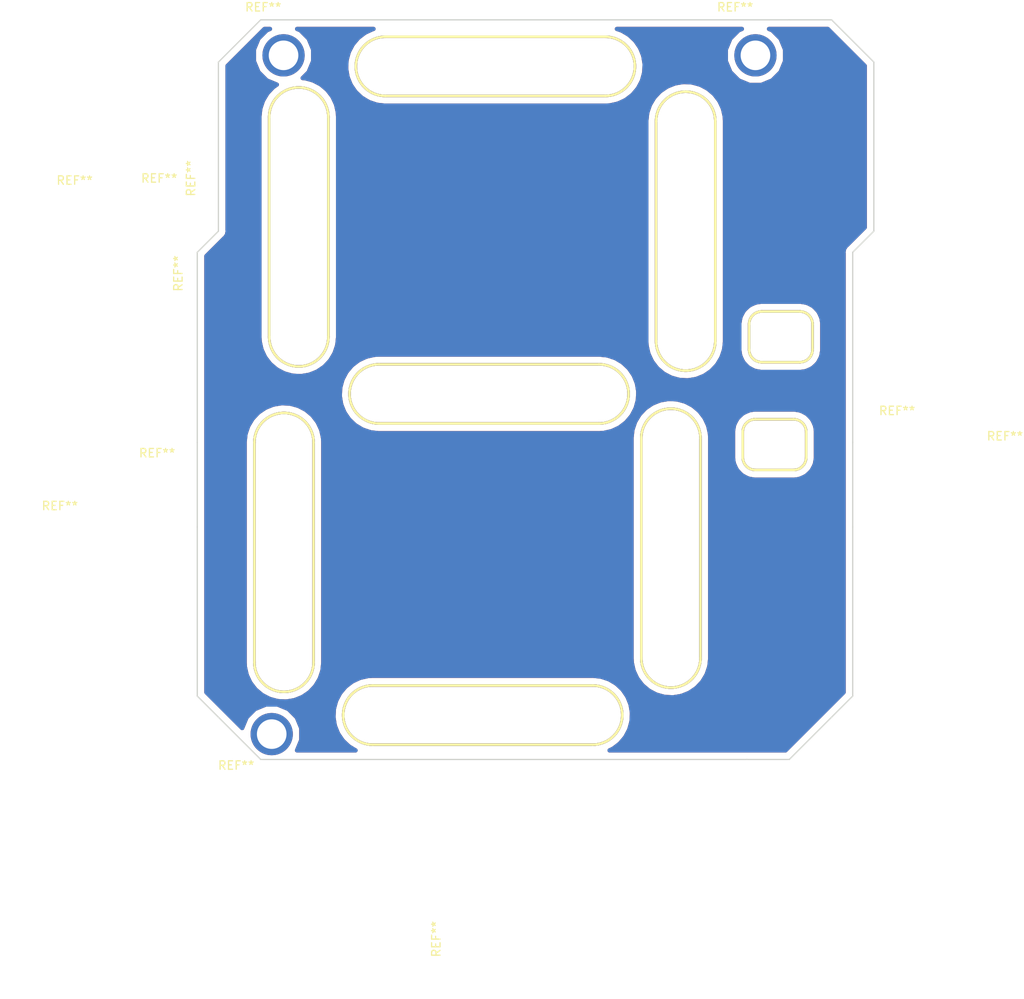
<source format=kicad_pcb>
(kicad_pcb (version 20171130) (host pcbnew "(5.0.0)")

  (general
    (thickness 1.6)
    (drawings 21)
    (tracks 0)
    (zones 0)
    (modules 12)
    (nets 1)
  )

  (page A4)
  (layers
    (0 F.Cu signal)
    (31 B.Cu signal)
    (32 B.Adhes user)
    (33 F.Adhes user)
    (34 B.Paste user)
    (35 F.Paste user)
    (36 B.SilkS user)
    (37 F.SilkS user)
    (38 B.Mask user)
    (39 F.Mask user)
    (40 Dwgs.User user)
    (41 Cmts.User user)
    (42 Eco1.User user)
    (43 Eco2.User user)
    (44 Edge.Cuts user)
    (45 Margin user)
    (46 B.CrtYd user)
    (47 F.CrtYd user)
    (48 B.Fab user)
    (49 F.Fab user)
  )

  (setup
    (last_trace_width 0.5)
    (trace_clearance 0.2)
    (zone_clearance 0.75)
    (zone_45_only no)
    (trace_min 0.2)
    (segment_width 0.2)
    (edge_width 0.15)
    (via_size 0.8)
    (via_drill 0.4)
    (via_min_size 0.4)
    (via_min_drill 0.3)
    (uvia_size 0.3)
    (uvia_drill 0.1)
    (uvias_allowed no)
    (uvia_min_size 0.2)
    (uvia_min_drill 0.1)
    (pcb_text_width 0.3)
    (pcb_text_size 1.5 1.5)
    (mod_edge_width 0.15)
    (mod_text_size 1 1)
    (mod_text_width 0.15)
    (pad_size 1.524 1.524)
    (pad_drill 0.762)
    (pad_to_mask_clearance 0.2)
    (aux_axis_origin 0 0)
    (visible_elements 7FFFFFFF)
    (pcbplotparams
      (layerselection 0x010fc_ffffffff)
      (usegerberextensions false)
      (usegerberattributes false)
      (usegerberadvancedattributes false)
      (creategerberjobfile false)
      (excludeedgelayer true)
      (linewidth 0.100000)
      (plotframeref false)
      (viasonmask false)
      (mode 1)
      (useauxorigin false)
      (hpglpennumber 1)
      (hpglpenspeed 20)
      (hpglpendiameter 15.000000)
      (psnegative false)
      (psa4output false)
      (plotreference true)
      (plotvalue true)
      (plotinvisibletext false)
      (padsonsilk false)
      (subtractmaskfromsilk false)
      (outputformat 1)
      (mirror false)
      (drillshape 0)
      (scaleselection 1)
      (outputdirectory "12aug20_top/"))
  )

  (net 0 "")

  (net_class Default "This is the default net class."
    (clearance 0.2)
    (trace_width 0.5)
    (via_dia 0.8)
    (via_drill 0.4)
    (uvia_dia 0.3)
    (uvia_drill 0.1)
  )

  (module "TEST:clock digit oval3" (layer F.Cu) (tedit 5F347341) (tstamp 5F35225F)
    (at 239 67.5)
    (fp_text reference REF** (at 26.5 11.75) (layer F.SilkS)
      (effects (font (size 1 1) (thickness 0.15)))
    )
    (fp_text value "clock digit oval" (at -27.5 -11) (layer F.Fab)
      (effects (font (size 1 1) (thickness 0.15)))
    )
    (fp_line (start -2.25 3) (end 2.25 3) (layer F.SilkS) (width 0.3))
    (fp_line (start -2.25 3) (end 2.25 3) (layer F.Cu) (width 0.3))
    (fp_line (start -2.25 3) (end 2.25 3) (layer B.Cu) (width 0.3))
    (fp_arc (start -2.25 1.5) (end -3.75 1.5) (angle -90) (layer B.Cu) (width 0.3))
    (fp_arc (start -2.25 1.5) (end -3.75 1.5) (angle -90) (layer F.SilkS) (width 0.3))
    (fp_arc (start -2.25 1.5) (end -3.75 1.5) (angle -90) (layer F.Cu) (width 0.3))
    (fp_line (start -3.75 -1.5) (end -3.75 1.5) (layer F.SilkS) (width 0.3))
    (fp_line (start -3.75 -1.5) (end -3.75 1.5) (layer F.Cu) (width 0.3))
    (fp_line (start -3.75 -1.5) (end -3.75 1.5) (layer B.Cu) (width 0.3))
    (fp_arc (start -2.25 -1.5) (end -2.25 -3) (angle -90) (layer B.Cu) (width 0.3))
    (fp_arc (start -2.25 -1.5) (end -2.25 -3) (angle -90) (layer F.SilkS) (width 0.3))
    (fp_arc (start -2.25 -1.5) (end -2.25 -3) (angle -90) (layer F.Cu) (width 0.3))
    (fp_line (start 2.25 -3) (end -2.25 -3) (layer F.SilkS) (width 0.3))
    (fp_line (start 2.25 -3) (end -2.25 -3) (layer F.Cu) (width 0.3))
    (fp_line (start 2.25 -3) (end -2.25 -3) (layer B.Cu) (width 0.3))
    (fp_arc (start 2.25 -1.5) (end 3.75 -1.5) (angle -90) (layer B.Cu) (width 0.3))
    (fp_arc (start 2.25 -1.5) (end 3.75 -1.5) (angle -90) (layer F.SilkS) (width 0.3))
    (fp_arc (start 2.25 -1.5) (end 3.75 -1.5) (angle -90) (layer F.Cu) (width 0.3))
    (fp_arc (start 2.25 1.5) (end 2.25 3) (angle -90) (layer F.SilkS) (width 0.3))
    (fp_line (start 3.75 1.5) (end 3.75 -1.5) (layer F.Cu) (width 0.3))
    (fp_arc (start 2.25 1.5) (end 2.25 3) (angle -90) (layer F.Cu) (width 0.3))
    (fp_line (start 3.75 1.5) (end 3.75 -1.5) (layer F.SilkS) (width 0.3))
    (fp_arc (start 2.25 1.5) (end 2.25 3) (angle -90) (layer B.Cu) (width 0.3))
    (fp_line (start 3.75 1.5) (end 3.75 -1.5) (layer B.Cu) (width 0.3))
    (pad 1 smd roundrect (at 0 0) (size 7.5 6) (layers *.Mask) (roundrect_rratio 0.25))
  )

  (module "TEST:clock digit oval 2" (layer F.Cu) (tedit 5F347060) (tstamp 5F34FDAA)
    (at 205.25 35.5 90)
    (fp_text reference REF** (at -24.5 -37.5 90) (layer F.SilkS)
      (effects (font (size 1 1) (thickness 0.15)))
    )
    (fp_text value "clock digit oval" (at -27.5 -11 90) (layer F.Fab)
      (effects (font (size 1 1) (thickness 0.15)))
    )
    (fp_arc (start 0 -13) (end 3.5 -13) (angle -180) (layer B.Cu) (width 0.3))
    (fp_line (start 3.5 13) (end 3.5 -13) (layer B.Cu) (width 0.3))
    (fp_line (start -3.5 -13) (end -3.5 13) (layer B.Cu) (width 0.3))
    (fp_arc (start 0 13) (end 3.5 13) (angle 180) (layer B.Cu) (width 0.3))
    (fp_line (start -3.5 -13) (end -3.5 13) (layer F.SilkS) (width 0.3))
    (fp_line (start 3.5 13) (end 3.5 -13) (layer F.SilkS) (width 0.3))
    (fp_arc (start 0 13) (end 3.5 13) (angle 180) (layer F.SilkS) (width 0.3))
    (fp_arc (start 0 -13) (end 3.5 -13) (angle -180) (layer F.SilkS) (width 0.3))
    (fp_arc (start 0 13) (end 3.5 13) (angle 180) (layer F.Cu) (width 0.3))
    (fp_line (start 3.5 13) (end 3.5 -13) (layer F.Cu) (width 0.3))
    (fp_arc (start 0 -13) (end 3.5 -13) (angle -180) (layer F.Cu) (width 0.3))
    (fp_line (start -3.5 -13) (end -3.5 13) (layer F.Cu) (width 0.3))
    (pad 1 smd oval (at 0 0 90) (size 7 33) (layers *.Mask))
  )

  (module "TEST:clock digit oval 2" (layer F.Cu) (tedit 5F347060) (tstamp 5F34FDAA)
    (at 204.5 74.25 270)
    (fp_text reference REF** (at -25.5 35.25 270) (layer F.SilkS)
      (effects (font (size 1 1) (thickness 0.15)))
    )
    (fp_text value "clock digit oval" (at -27.5 -11 270) (layer F.Fab)
      (effects (font (size 1 1) (thickness 0.15)))
    )
    (fp_arc (start 0 -13) (end 3.5 -13) (angle -180) (layer B.Cu) (width 0.3))
    (fp_line (start 3.5 13) (end 3.5 -13) (layer B.Cu) (width 0.3))
    (fp_line (start -3.5 -13) (end -3.5 13) (layer B.Cu) (width 0.3))
    (fp_arc (start 0 13) (end 3.5 13) (angle 180) (layer B.Cu) (width 0.3))
    (fp_line (start -3.5 -13) (end -3.5 13) (layer F.SilkS) (width 0.3))
    (fp_line (start 3.5 13) (end 3.5 -13) (layer F.SilkS) (width 0.3))
    (fp_arc (start 0 13) (end 3.5 13) (angle 180) (layer F.SilkS) (width 0.3))
    (fp_arc (start 0 -13) (end 3.5 -13) (angle -180) (layer F.SilkS) (width 0.3))
    (fp_arc (start 0 13) (end 3.5 13) (angle 180) (layer F.Cu) (width 0.3))
    (fp_line (start 3.5 13) (end 3.5 -13) (layer F.Cu) (width 0.3))
    (fp_arc (start 0 -13) (end 3.5 -13) (angle -180) (layer F.Cu) (width 0.3))
    (fp_line (start -3.5 -13) (end -3.5 13) (layer F.Cu) (width 0.3))
    (pad 1 smd oval (at 0 0 270) (size 7 33) (layers *.Mask))
  )

  (module "TEST:clock digit oval 2" (layer F.Cu) (tedit 5F347060) (tstamp 5F34FDAA)
    (at 182 54.5)
    (fp_text reference REF** (at -26.5 -5.5) (layer F.SilkS)
      (effects (font (size 1 1) (thickness 0.15)))
    )
    (fp_text value "clock digit oval" (at -27.5 -11) (layer F.Fab)
      (effects (font (size 1 1) (thickness 0.15)))
    )
    (fp_arc (start 0 -13) (end 3.5 -13) (angle -180) (layer B.Cu) (width 0.3))
    (fp_line (start 3.5 13) (end 3.5 -13) (layer B.Cu) (width 0.3))
    (fp_line (start -3.5 -13) (end -3.5 13) (layer B.Cu) (width 0.3))
    (fp_arc (start 0 13) (end 3.5 13) (angle 180) (layer B.Cu) (width 0.3))
    (fp_line (start -3.5 -13) (end -3.5 13) (layer F.SilkS) (width 0.3))
    (fp_line (start 3.5 13) (end 3.5 -13) (layer F.SilkS) (width 0.3))
    (fp_arc (start 0 13) (end 3.5 13) (angle 180) (layer F.SilkS) (width 0.3))
    (fp_arc (start 0 -13) (end 3.5 -13) (angle -180) (layer F.SilkS) (width 0.3))
    (fp_arc (start 0 13) (end 3.5 13) (angle 180) (layer F.Cu) (width 0.3))
    (fp_line (start 3.5 13) (end 3.5 -13) (layer F.Cu) (width 0.3))
    (fp_arc (start 0 -13) (end 3.5 -13) (angle -180) (layer F.Cu) (width 0.3))
    (fp_line (start -3.5 -13) (end -3.5 13) (layer F.Cu) (width 0.3))
    (pad 1 smd oval (at 0 0) (size 7 33) (layers *.Mask))
  )

  (module "TEST:clock digit oval 2" (layer F.Cu) (tedit 5F347060) (tstamp 5F34FDAA)
    (at 226 92.5)
    (fp_text reference REF** (at -60.75 -11.25) (layer F.SilkS)
      (effects (font (size 1 1) (thickness 0.15)))
    )
    (fp_text value "clock digit oval" (at -27.5 -11) (layer F.Fab)
      (effects (font (size 1 1) (thickness 0.15)))
    )
    (fp_arc (start 0 -13) (end 3.5 -13) (angle -180) (layer B.Cu) (width 0.3))
    (fp_line (start 3.5 13) (end 3.5 -13) (layer B.Cu) (width 0.3))
    (fp_line (start -3.5 -13) (end -3.5 13) (layer B.Cu) (width 0.3))
    (fp_arc (start 0 13) (end 3.5 13) (angle 180) (layer B.Cu) (width 0.3))
    (fp_line (start -3.5 -13) (end -3.5 13) (layer F.SilkS) (width 0.3))
    (fp_line (start 3.5 13) (end 3.5 -13) (layer F.SilkS) (width 0.3))
    (fp_arc (start 0 13) (end 3.5 13) (angle 180) (layer F.SilkS) (width 0.3))
    (fp_arc (start 0 -13) (end 3.5 -13) (angle -180) (layer F.SilkS) (width 0.3))
    (fp_arc (start 0 13) (end 3.5 13) (angle 180) (layer F.Cu) (width 0.3))
    (fp_line (start 3.5 13) (end 3.5 -13) (layer F.Cu) (width 0.3))
    (fp_arc (start 0 -13) (end 3.5 -13) (angle -180) (layer F.Cu) (width 0.3))
    (fp_line (start -3.5 -13) (end -3.5 13) (layer F.Cu) (width 0.3))
    (pad 1 smd oval (at 0 0) (size 7 33) (layers *.Mask))
  )

  (module "TEST:clock digit oval 2" (layer F.Cu) (tedit 5F347060) (tstamp 5F34FDAA)
    (at 180.25 93)
    (fp_text reference REF** (at -26.5 -5.5) (layer F.SilkS)
      (effects (font (size 1 1) (thickness 0.15)))
    )
    (fp_text value "clock digit oval" (at -27.5 -11) (layer F.Fab)
      (effects (font (size 1 1) (thickness 0.15)))
    )
    (fp_arc (start 0 -13) (end 3.5 -13) (angle -180) (layer B.Cu) (width 0.3))
    (fp_line (start 3.5 13) (end 3.5 -13) (layer B.Cu) (width 0.3))
    (fp_line (start -3.5 -13) (end -3.5 13) (layer B.Cu) (width 0.3))
    (fp_arc (start 0 13) (end 3.5 13) (angle 180) (layer B.Cu) (width 0.3))
    (fp_line (start -3.5 -13) (end -3.5 13) (layer F.SilkS) (width 0.3))
    (fp_line (start 3.5 13) (end 3.5 -13) (layer F.SilkS) (width 0.3))
    (fp_arc (start 0 13) (end 3.5 13) (angle 180) (layer F.SilkS) (width 0.3))
    (fp_arc (start 0 -13) (end 3.5 -13) (angle -180) (layer F.SilkS) (width 0.3))
    (fp_arc (start 0 13) (end 3.5 13) (angle 180) (layer F.Cu) (width 0.3))
    (fp_line (start 3.5 13) (end 3.5 -13) (layer F.Cu) (width 0.3))
    (fp_arc (start 0 -13) (end 3.5 -13) (angle -180) (layer F.Cu) (width 0.3))
    (fp_line (start -3.5 -13) (end -3.5 13) (layer F.Cu) (width 0.3))
    (pad 1 smd oval (at 0 0) (size 7 33) (layers *.Mask))
  )

  (module "TEST:clock digit oval 2" (layer F.Cu) (tedit 5F347060) (tstamp 5F34FDAA)
    (at 203.75 112.25 90)
    (fp_text reference REF** (at -26.5 -5.5 90) (layer F.SilkS)
      (effects (font (size 1 1) (thickness 0.15)))
    )
    (fp_text value "clock digit oval" (at -27.5 -11 90) (layer F.Fab)
      (effects (font (size 1 1) (thickness 0.15)))
    )
    (fp_arc (start 0 -13) (end 3.5 -13) (angle -180) (layer B.Cu) (width 0.3))
    (fp_line (start 3.5 13) (end 3.5 -13) (layer B.Cu) (width 0.3))
    (fp_line (start -3.5 -13) (end -3.5 13) (layer B.Cu) (width 0.3))
    (fp_arc (start 0 13) (end 3.5 13) (angle 180) (layer B.Cu) (width 0.3))
    (fp_line (start -3.5 -13) (end -3.5 13) (layer F.SilkS) (width 0.3))
    (fp_line (start 3.5 13) (end 3.5 -13) (layer F.SilkS) (width 0.3))
    (fp_arc (start 0 13) (end 3.5 13) (angle 180) (layer F.SilkS) (width 0.3))
    (fp_arc (start 0 -13) (end 3.5 -13) (angle -180) (layer F.SilkS) (width 0.3))
    (fp_arc (start 0 13) (end 3.5 13) (angle 180) (layer F.Cu) (width 0.3))
    (fp_line (start 3.5 13) (end 3.5 -13) (layer F.Cu) (width 0.3))
    (fp_arc (start 0 -13) (end 3.5 -13) (angle -180) (layer F.Cu) (width 0.3))
    (fp_line (start -3.5 -13) (end -3.5 13) (layer F.Cu) (width 0.3))
    (pad 1 smd oval (at 0 0 90) (size 7 33) (layers *.Mask))
  )

  (module "TEST:clock digit oval 2" (layer F.Cu) (tedit 5F347060) (tstamp 5F348408)
    (at 227.75 55)
    (fp_text reference REF** (at -62.25 -6.25) (layer F.SilkS)
      (effects (font (size 1 1) (thickness 0.15)))
    )
    (fp_text value "clock digit oval" (at -27.5 -11) (layer F.Fab)
      (effects (font (size 1 1) (thickness 0.15)))
    )
    (fp_arc (start 0 -13) (end 3.5 -13) (angle -180) (layer B.Cu) (width 0.3))
    (fp_line (start 3.5 13) (end 3.5 -13) (layer B.Cu) (width 0.3))
    (fp_line (start -3.5 -13) (end -3.5 13) (layer B.Cu) (width 0.3))
    (fp_arc (start 0 13) (end 3.5 13) (angle 180) (layer B.Cu) (width 0.3))
    (fp_line (start -3.5 -13) (end -3.5 13) (layer F.SilkS) (width 0.3))
    (fp_line (start 3.5 13) (end 3.5 -13) (layer F.SilkS) (width 0.3))
    (fp_arc (start 0 13) (end 3.5 13) (angle 180) (layer F.SilkS) (width 0.3))
    (fp_arc (start 0 -13) (end 3.5 -13) (angle -180) (layer F.SilkS) (width 0.3))
    (fp_arc (start 0 13) (end 3.5 13) (angle 180) (layer F.Cu) (width 0.3))
    (fp_line (start 3.5 13) (end 3.5 -13) (layer F.Cu) (width 0.3))
    (fp_arc (start 0 -13) (end 3.5 -13) (angle -180) (layer F.Cu) (width 0.3))
    (fp_line (start -3.5 -13) (end -3.5 13) (layer F.Cu) (width 0.3))
    (pad 1 smd oval (at 0 0) (size 7 33) (layers *.Mask))
  )

  (module "TEST:4mm Mount" (layer F.Cu) (tedit 5BA18C5F) (tstamp 5F2FCE66)
    (at 236 31.7)
    (fp_text reference REF** (at -2.4 -3.2) (layer F.SilkS)
      (effects (font (size 1 1) (thickness 0.15)))
    )
    (fp_text value "4mm Mount" (at 0 -1) (layer F.Fab)
      (effects (font (size 1 1) (thickness 0.15)))
    )
    (pad 1 thru_hole circle (at 0 2.5) (size 5 5) (drill 3.5) (layers *.Cu *.Mask))
  )

  (module "TEST:4mm Mount" (layer F.Cu) (tedit 5BA18C5F) (tstamp 5F2FCC64)
    (at 180.2 31.7)
    (fp_text reference REF** (at -2.4 -3.2) (layer F.SilkS)
      (effects (font (size 1 1) (thickness 0.15)))
    )
    (fp_text value "4mm Mount" (at 0 -1) (layer F.Fab)
      (effects (font (size 1 1) (thickness 0.15)))
    )
    (pad 1 thru_hole circle (at 0 2.5) (size 5 5) (drill 3.5) (layers *.Cu *.Mask))
  )

  (module "TEST:4mm Mount" (layer F.Cu) (tedit 5BA18C5F) (tstamp 5F2FC6AE)
    (at 178.8 112)
    (fp_text reference REF** (at -4.2 6.2) (layer F.SilkS)
      (effects (font (size 1 1) (thickness 0.15)))
    )
    (fp_text value "4mm Mount" (at 0 -1) (layer F.Fab)
      (effects (font (size 1 1) (thickness 0.15)))
    )
    (pad 1 thru_hole circle (at 0 2.5) (size 5 5) (drill 3.5) (layers *.Cu *.Mask))
  )

  (module "TEST:clock digit oval3" (layer F.Cu) (tedit 5F347341) (tstamp 5F352221)
    (at 238.25 80.25)
    (fp_text reference REF** (at 14.5 -4) (layer F.SilkS)
      (effects (font (size 1 1) (thickness 0.15)))
    )
    (fp_text value "clock digit oval" (at -27.5 -11) (layer F.Fab)
      (effects (font (size 1 1) (thickness 0.15)))
    )
    (fp_line (start 3.75 1.5) (end 3.75 -1.5) (layer B.Cu) (width 0.3))
    (fp_arc (start 2.25 1.5) (end 2.25 3) (angle -90) (layer B.Cu) (width 0.3))
    (fp_line (start 3.75 1.5) (end 3.75 -1.5) (layer F.SilkS) (width 0.3))
    (fp_arc (start 2.25 1.5) (end 2.25 3) (angle -90) (layer F.Cu) (width 0.3))
    (fp_line (start 3.75 1.5) (end 3.75 -1.5) (layer F.Cu) (width 0.3))
    (fp_arc (start 2.25 1.5) (end 2.25 3) (angle -90) (layer F.SilkS) (width 0.3))
    (fp_arc (start 2.25 -1.5) (end 3.75 -1.5) (angle -90) (layer F.Cu) (width 0.3))
    (fp_arc (start 2.25 -1.5) (end 3.75 -1.5) (angle -90) (layer F.SilkS) (width 0.3))
    (fp_arc (start 2.25 -1.5) (end 3.75 -1.5) (angle -90) (layer B.Cu) (width 0.3))
    (fp_line (start 2.25 -3) (end -2.25 -3) (layer B.Cu) (width 0.3))
    (fp_line (start 2.25 -3) (end -2.25 -3) (layer F.Cu) (width 0.3))
    (fp_line (start 2.25 -3) (end -2.25 -3) (layer F.SilkS) (width 0.3))
    (fp_arc (start -2.25 -1.5) (end -2.25 -3) (angle -90) (layer F.Cu) (width 0.3))
    (fp_arc (start -2.25 -1.5) (end -2.25 -3) (angle -90) (layer F.SilkS) (width 0.3))
    (fp_arc (start -2.25 -1.5) (end -2.25 -3) (angle -90) (layer B.Cu) (width 0.3))
    (fp_line (start -3.75 -1.5) (end -3.75 1.5) (layer B.Cu) (width 0.3))
    (fp_line (start -3.75 -1.5) (end -3.75 1.5) (layer F.Cu) (width 0.3))
    (fp_line (start -3.75 -1.5) (end -3.75 1.5) (layer F.SilkS) (width 0.3))
    (fp_arc (start -2.25 1.5) (end -3.75 1.5) (angle -90) (layer F.Cu) (width 0.3))
    (fp_arc (start -2.25 1.5) (end -3.75 1.5) (angle -90) (layer F.SilkS) (width 0.3))
    (fp_arc (start -2.25 1.5) (end -3.75 1.5) (angle -90) (layer B.Cu) (width 0.3))
    (fp_line (start -2.25 3) (end 2.25 3) (layer B.Cu) (width 0.3))
    (fp_line (start -2.25 3) (end 2.25 3) (layer F.Cu) (width 0.3))
    (fp_line (start -2.25 3) (end 2.25 3) (layer F.SilkS) (width 0.3))
    (pad 1 smd roundrect (at 0 0) (size 7.5 6) (layers *.Mask) (roundrect_rratio 0.25))
  )

  (gr_line (start 166.75 107.75) (end 167 108) (layer Dwgs.User) (width 0.2) (tstamp 5F2EE26A))
  (gr_line (start 245 30) (end 240 30) (layer Edge.Cuts) (width 0.15))
  (gr_line (start 240 117.5) (end 235 117.5) (layer Edge.Cuts) (width 0.15))
  (gr_line (start 240 30) (end 177.5 30) (layer Edge.Cuts) (width 0.15))
  (gr_line (start 245 112.5) (end 240 117.5) (layer Edge.Cuts) (width 0.15) (tstamp 5F2E8B02))
  (gr_line (start 247.5 110) (end 245 112.5) (layer Edge.Cuts) (width 0.15) (tstamp 5F2E8B01))
  (gr_line (start 247.5 80) (end 247.5 57.5) (layer Edge.Cuts) (width 0.15) (tstamp 5F2E8B00))
  (gr_line (start 247.5 90) (end 247.5 80) (layer Edge.Cuts) (width 0.15) (tstamp 5F2E8AFF))
  (gr_line (start 247.5 90) (end 247.5 110) (layer Edge.Cuts) (width 0.15) (tstamp 5F2E8AFE))
  (gr_line (start 245 30) (end 250 35) (layer Edge.Cuts) (width 0.15) (tstamp 5F2E8AF1))
  (gr_line (start 247.5 57.5) (end 250 55) (layer Edge.Cuts) (width 0.15) (tstamp 5F2E8AED))
  (gr_line (start 250 55) (end 250 35) (layer Edge.Cuts) (width 0.15) (tstamp 5F2E8AEC))
  (gr_line (start 170 110) (end 172.5 112.5) (layer Edge.Cuts) (width 0.15))
  (gr_line (start 170 90) (end 170 110) (layer Edge.Cuts) (width 0.15))
  (gr_line (start 170 80) (end 170 57.5) (layer Edge.Cuts) (width 0.15) (tstamp 5F2E8953))
  (gr_line (start 172.5 55) (end 170 57.5) (layer Edge.Cuts) (width 0.15) (tstamp 5F2E8952))
  (gr_line (start 172.5 55) (end 172.5 35) (layer Edge.Cuts) (width 0.15) (tstamp 5F2E8951))
  (gr_line (start 170 90) (end 170 80) (layer Edge.Cuts) (width 0.15))
  (gr_line (start 177.5 117.5) (end 235 117.5) (layer Edge.Cuts) (width 0.15))
  (gr_line (start 172.5 112.5) (end 177.5 117.5) (layer Edge.Cuts) (width 0.15))
  (gr_line (start 177.5 30) (end 172.5 35) (layer Edge.Cuts) (width 0.15))

  (zone (net 0) (net_name "") (layer F.Cu) (tstamp 5F352436) (hatch edge 0.508)
    (connect_pads (clearance 0.75))
    (min_thickness 0.5)
    (fill yes (arc_segments 16) (thermal_gap 0.508) (thermal_bridge_width 0.508))
    (polygon
      (pts
        (xy 240.03 117.475) (xy 247.65 109.855) (xy 247.65 57.785) (xy 250.19 55.245) (xy 250.19 34.925)
        (xy 245.11 29.845) (xy 177.165 29.845) (xy 172.085 34.925) (xy 172.085 54.61) (xy 169.545 57.15)
        (xy 169.545 109.855) (xy 177.8 118.11) (xy 239.395 118.11)
      )
    )
    (filled_polygon
      (pts
        (xy 178.217409 31.232843) (xy 177.232843 32.217409) (xy 176.7 33.503807) (xy 176.7 34.896193) (xy 177.232843 36.182591)
        (xy 178.217409 37.167157) (xy 179.411449 37.661744) (xy 179.085184 37.883473) (xy 179.039279 37.922542) (xy 178.989303 37.956251)
        (xy 178.896019 38.044466) (xy 178.376584 38.593752) (xy 178.340137 38.641769) (xy 178.298568 38.685421) (xy 178.226408 38.7916)
        (xy 178.226402 38.791609) (xy 178.226402 38.79161) (xy 177.837036 39.439625) (xy 177.811752 39.494345) (xy 177.780525 39.545907)
        (xy 177.732846 39.665113) (xy 177.732846 39.665115) (xy 177.491714 40.381622) (xy 177.47877 40.440495) (xy 177.459343 40.497561)
        (xy 177.438373 40.624227) (xy 177.362201 41.325399) (xy 177.35 41.38674) (xy 177.350001 67.613261) (xy 177.356309 67.644975)
        (xy 177.373605 67.954335) (xy 177.378539 67.984138) (xy 177.378539 68.014341) (xy 177.399508 68.141007) (xy 177.564424 68.878796)
        (xy 177.583849 68.935857) (xy 177.596794 68.994733) (xy 177.644474 69.11394) (xy 177.963971 69.799105) (xy 177.995197 69.850666)
        (xy 178.020483 69.905389) (xy 178.092648 70.011577) (xy 178.551822 70.612151) (xy 178.593393 70.655805) (xy 178.629837 70.703818)
        (xy 178.723121 70.792033) (xy 179.300549 71.279997) (xy 179.350517 71.313701) (xy 179.396429 71.352775) (xy 179.50648 71.4189)
        (xy 180.175219 71.771486) (xy 180.231267 71.793677) (xy 180.284492 71.821977) (xy 180.406175 71.862928) (xy 181.135027 72.063687)
        (xy 181.194531 72.073324) (xy 181.252591 72.089535) (xy 181.380229 72.103401) (xy 182.135188 72.142967) (xy 182.195375 72.139602)
        (xy 182.255562 72.142967) (xy 182.3832 72.129101) (xy 183.129044 72.005627) (xy 183.187101 71.989417) (xy 183.246608 71.979779)
        (xy 183.368292 71.938828) (xy 184.070222 71.658076) (xy 184.123447 71.629776) (xy 184.179495 71.607585) (xy 184.289546 71.54146)
        (xy 184.914815 71.116527) (xy 184.960723 71.077457) (xy 185.010696 71.043749) (xy 185.103981 70.955535) (xy 185.623416 70.406248)
        (xy 185.659865 70.358228) (xy 185.701432 70.314578) (xy 185.773598 70.20839) (xy 186.162964 69.560375) (xy 186.188248 69.505655)
        (xy 186.219475 69.454093) (xy 186.267154 69.334886) (xy 186.267155 69.334884) (xy 186.267156 69.334881) (xy 186.508286 68.618378)
        (xy 186.521231 68.559502) (xy 186.540657 68.502438) (xy 186.561627 68.375773) (xy 186.637798 67.674603) (xy 186.65 67.613261)
        (xy 186.65 41.88674) (xy 223.1 41.88674) (xy 223.100001 68.113261) (xy 223.106309 68.144975) (xy 223.123605 68.454335)
        (xy 223.128539 68.484138) (xy 223.128539 68.514341) (xy 223.149508 68.641007) (xy 223.314424 69.378796) (xy 223.333849 69.435857)
        (xy 223.346794 69.494733) (xy 223.394474 69.61394) (xy 223.713971 70.299105) (xy 223.745197 70.350666) (xy 223.770483 70.405389)
        (xy 223.842648 70.511577) (xy 224.301822 71.112151) (xy 224.343393 71.155805) (xy 224.379837 71.203818) (xy 224.473121 71.292033)
        (xy 225.050549 71.779997) (xy 225.100517 71.813701) (xy 225.146429 71.852775) (xy 225.25648 71.9189) (xy 225.925219 72.271486)
        (xy 225.981267 72.293677) (xy 226.034492 72.321977) (xy 226.156175 72.362928) (xy 226.885027 72.563687) (xy 226.944531 72.573324)
        (xy 227.002591 72.589535) (xy 227.130229 72.603401) (xy 227.885188 72.642967) (xy 227.945375 72.639602) (xy 228.005562 72.642967)
        (xy 228.1332 72.629101) (xy 228.879044 72.505627) (xy 228.937101 72.489417) (xy 228.996608 72.479779) (xy 229.118292 72.438828)
        (xy 229.820222 72.158076) (xy 229.873447 72.129776) (xy 229.929495 72.107585) (xy 230.039546 72.04146) (xy 230.664815 71.616527)
        (xy 230.710723 71.577457) (xy 230.760696 71.543749) (xy 230.853981 71.455535) (xy 231.373416 70.906248) (xy 231.409865 70.858228)
        (xy 231.451432 70.814578) (xy 231.523598 70.70839) (xy 231.912964 70.060375) (xy 231.938248 70.005655) (xy 231.969475 69.954093)
        (xy 232.017154 69.834886) (xy 232.017155 69.834884) (xy 232.017156 69.834881) (xy 232.258286 69.118378) (xy 232.271231 69.059502)
        (xy 232.290657 69.002438) (xy 232.311627 68.875773) (xy 232.387798 68.174603) (xy 232.4 68.113261) (xy 232.4 65.88674)
        (xy 234.1 65.88674) (xy 234.100001 69.113261) (xy 234.114161 69.18445) (xy 234.156193 69.517168) (xy 234.175701 69.582399)
        (xy 234.181043 69.650273) (xy 234.245327 69.838031) (xy 234.444491 70.28853) (xy 234.494211 70.364222) (xy 234.53018 70.447341)
        (xy 234.651817 70.604153) (xy 234.986167 70.965853) (xy 235.05773 71.021363) (xy 235.118683 71.088349) (xy 235.284556 71.197307)
        (xy 235.718041 71.431202) (xy 235.803724 71.460538) (xy 235.883086 71.504167) (xy 236.075309 71.553522) (xy 236.543398 71.631433)
        (xy 236.636739 71.65) (xy 241.363261 71.65) (xy 241.434464 71.635837) (xy 241.767168 71.593807) (xy 241.832399 71.574299)
        (xy 241.900273 71.568957) (xy 242.088031 71.504673) (xy 242.53853 71.305509) (xy 242.614222 71.255789) (xy 242.697341 71.21982)
        (xy 242.854153 71.098183) (xy 243.215853 70.763833) (xy 243.271363 70.69227) (xy 243.338349 70.631317) (xy 243.447307 70.465444)
        (xy 243.681202 70.031959) (xy 243.710538 69.946276) (xy 243.754167 69.866914) (xy 243.803522 69.674691) (xy 243.881433 69.206602)
        (xy 243.9 69.113261) (xy 243.9 65.886739) (xy 243.885837 65.815536) (xy 243.843807 65.482833) (xy 243.824299 65.417603)
        (xy 243.818957 65.349727) (xy 243.754673 65.161969) (xy 243.555509 64.71147) (xy 243.505788 64.635778) (xy 243.46982 64.552659)
        (xy 243.348183 64.395847) (xy 243.348182 64.395846) (xy 243.348181 64.395844) (xy 243.348178 64.395842) (xy 243.013833 64.034148)
        (xy 242.942275 63.978641) (xy 242.881318 63.911651) (xy 242.715445 63.802694) (xy 242.281959 63.568798) (xy 242.196276 63.539462)
        (xy 242.116914 63.495833) (xy 241.924691 63.446478) (xy 241.456602 63.368567) (xy 241.363261 63.35) (xy 236.636739 63.35)
        (xy 236.565536 63.364163) (xy 236.232833 63.406193) (xy 236.167603 63.425701) (xy 236.099727 63.431043) (xy 235.911969 63.495327)
        (xy 235.46147 63.694491) (xy 235.385778 63.744212) (xy 235.302659 63.78018) (xy 235.145847 63.901817) (xy 235.145844 63.901819)
        (xy 235.145842 63.901822) (xy 234.784148 64.236167) (xy 234.728641 64.307725) (xy 234.661651 64.368682) (xy 234.552694 64.534555)
        (xy 234.318798 64.968041) (xy 234.289462 65.053724) (xy 234.245833 65.133086) (xy 234.196478 65.325309) (xy 234.118566 65.793404)
        (xy 234.1 65.88674) (xy 232.4 65.88674) (xy 232.4 41.886739) (xy 232.39369 41.855018) (xy 232.376395 41.545665)
        (xy 232.371461 41.515862) (xy 232.371461 41.485659) (xy 232.350492 41.358993) (xy 232.185576 40.621204) (xy 232.16615 40.564142)
        (xy 232.153206 40.505268) (xy 232.105527 40.38606) (xy 231.786029 39.700895) (xy 231.754803 39.649334) (xy 231.729517 39.594611)
        (xy 231.657352 39.488423) (xy 231.198179 38.88785) (xy 231.156608 38.844196) (xy 231.120163 38.796182) (xy 231.026879 38.707967)
        (xy 230.449452 38.220003) (xy 230.399475 38.186293) (xy 230.35357 38.147225) (xy 230.243528 38.081106) (xy 230.24352 38.0811)
        (xy 230.243516 38.081098) (xy 229.574781 37.728514) (xy 229.518735 37.706324) (xy 229.465509 37.678023) (xy 229.343825 37.637072)
        (xy 228.614973 37.436313) (xy 228.555469 37.426675) (xy 228.497409 37.410465) (xy 228.369771 37.396599) (xy 227.614812 37.357033)
        (xy 227.554625 37.360398) (xy 227.494437 37.357033) (xy 227.366799 37.370899) (xy 226.620956 37.494373) (xy 226.562898 37.510583)
        (xy 226.503392 37.520221) (xy 226.381708 37.561172) (xy 225.679777 37.841924) (xy 225.626551 37.870225) (xy 225.570505 37.892415)
        (xy 225.460468 37.958532) (xy 225.460454 37.95854) (xy 225.460448 37.958545) (xy 224.835184 38.383473) (xy 224.789279 38.422542)
        (xy 224.739303 38.456251) (xy 224.646019 38.544466) (xy 224.126584 39.093752) (xy 224.090137 39.141769) (xy 224.048568 39.185421)
        (xy 223.976408 39.2916) (xy 223.976402 39.291609) (xy 223.976402 39.29161) (xy 223.587036 39.939625) (xy 223.561752 39.994345)
        (xy 223.530525 40.045907) (xy 223.482846 40.165113) (xy 223.482846 40.165115) (xy 223.241714 40.881622) (xy 223.22877 40.940495)
        (xy 223.209343 40.997561) (xy 223.188373 41.124227) (xy 223.112201 41.825399) (xy 223.1 41.88674) (xy 186.65 41.88674)
        (xy 186.65 41.386739) (xy 186.64369 41.355018) (xy 186.626395 41.045665) (xy 186.621461 41.015862) (xy 186.621461 40.985659)
        (xy 186.600492 40.858993) (xy 186.435576 40.121204) (xy 186.41615 40.064142) (xy 186.403206 40.005268) (xy 186.355527 39.88606)
        (xy 186.036029 39.200895) (xy 186.004803 39.149334) (xy 185.979517 39.094611) (xy 185.907352 38.988423) (xy 185.448179 38.38785)
        (xy 185.406608 38.344196) (xy 185.370163 38.296182) (xy 185.276879 38.207967) (xy 184.699452 37.720003) (xy 184.649475 37.686293)
        (xy 184.60357 37.647225) (xy 184.493528 37.581106) (xy 184.49352 37.5811) (xy 184.493516 37.581098) (xy 183.824781 37.228514)
        (xy 183.768735 37.206324) (xy 183.715509 37.178023) (xy 183.593825 37.137072) (xy 182.864973 36.936313) (xy 182.805469 36.926675)
        (xy 182.747409 36.910465) (xy 182.619771 36.896599) (xy 182.461446 36.888302) (xy 183.167157 36.182591) (xy 183.7 34.896193)
        (xy 183.7 33.503807) (xy 183.167157 32.217409) (xy 182.182591 31.232843) (xy 181.801524 31.075) (xy 190.840138 31.075)
        (xy 190.814142 31.08385) (xy 190.755268 31.096794) (xy 190.63606 31.144473) (xy 189.950895 31.463971) (xy 189.899334 31.495197)
        (xy 189.844611 31.520483) (xy 189.738423 31.592648) (xy 189.13785 32.051821) (xy 189.094196 32.093392) (xy 189.046182 32.129837)
        (xy 188.957967 32.223121) (xy 188.470003 32.800548) (xy 188.436293 32.850525) (xy 188.397225 32.89643) (xy 188.331106 33.006472)
        (xy 188.3311 33.00648) (xy 188.3311 33.006481) (xy 187.978514 33.675219) (xy 187.956324 33.731265) (xy 187.928023 33.784491)
        (xy 187.887072 33.906175) (xy 187.686313 34.635027) (xy 187.676675 34.694531) (xy 187.660465 34.752591) (xy 187.646599 34.880229)
        (xy 187.607033 35.635188) (xy 187.610398 35.695375) (xy 187.607033 35.755562) (xy 187.620899 35.8832) (xy 187.744373 36.629044)
        (xy 187.760583 36.687101) (xy 187.770221 36.746608) (xy 187.811172 36.868292) (xy 188.091924 37.570222) (xy 188.120224 37.623447)
        (xy 188.142415 37.679495) (xy 188.20854 37.789546) (xy 188.633473 38.414815) (xy 188.672543 38.460723) (xy 188.706251 38.510696)
        (xy 188.794465 38.603981) (xy 189.343752 39.123416) (xy 189.391772 39.159865) (xy 189.435422 39.201432) (xy 189.54161 39.273598)
        (xy 190.189625 39.662964) (xy 190.244345 39.688248) (xy 190.295907 39.719475) (xy 190.415113 39.767154) (xy 190.415119 39.767156)
        (xy 191.131622 40.008286) (xy 191.190498 40.021231) (xy 191.247562 40.040657) (xy 191.374227 40.061627) (xy 192.075397 40.137798)
        (xy 192.136739 40.15) (xy 218.363261 40.15) (xy 218.394982 40.14369) (xy 218.704335 40.126395) (xy 218.734138 40.121461)
        (xy 218.764341 40.121461) (xy 218.891007 40.100492) (xy 219.628796 39.935576) (xy 219.685857 39.916151) (xy 219.744733 39.903206)
        (xy 219.86394 39.855526) (xy 220.549105 39.536029) (xy 220.600666 39.504803) (xy 220.655389 39.479517) (xy 220.761577 39.407352)
        (xy 221.362151 38.948178) (xy 221.405805 38.906607) (xy 221.453818 38.870163) (xy 221.542033 38.776879) (xy 222.029997 38.199451)
        (xy 222.063701 38.149483) (xy 222.102775 38.103571) (xy 222.1689 37.99352) (xy 222.521486 37.324781) (xy 222.543677 37.268733)
        (xy 222.571977 37.215508) (xy 222.612928 37.093825) (xy 222.813687 36.364973) (xy 222.823324 36.305469) (xy 222.839535 36.247409)
        (xy 222.853401 36.119771) (xy 222.892967 35.364812) (xy 222.889602 35.304624) (xy 222.892967 35.244437) (xy 222.879101 35.116799)
        (xy 222.755627 34.370956) (xy 222.739417 34.312898) (xy 222.729779 34.253392) (xy 222.688828 34.131708) (xy 222.408076 33.429777)
        (xy 222.379775 33.376551) (xy 222.357585 33.320505) (xy 222.291468 33.210468) (xy 222.29146 33.210454) (xy 222.291455 33.210448)
        (xy 221.866527 32.585184) (xy 221.827458 32.539279) (xy 221.793749 32.489303) (xy 221.705534 32.396019) (xy 221.156248 31.876584)
        (xy 221.108231 31.840137) (xy 221.064579 31.798568) (xy 220.9584 31.726408) (xy 220.958391 31.726402) (xy 220.958387 31.7264)
        (xy 220.310375 31.337036) (xy 220.255655 31.311752) (xy 220.204093 31.280525) (xy 220.084886 31.232846) (xy 220.084887 31.232846)
        (xy 220.084881 31.232844) (xy 219.615857 31.075) (xy 234.398476 31.075) (xy 234.017409 31.232843) (xy 233.032843 32.217409)
        (xy 232.5 33.503807) (xy 232.5 34.896193) (xy 233.032843 36.182591) (xy 234.017409 37.167157) (xy 235.303807 37.7)
        (xy 236.696193 37.7) (xy 237.982591 37.167157) (xy 238.967157 36.182591) (xy 239.5 34.896193) (xy 239.5 33.503807)
        (xy 238.967157 32.217409) (xy 237.982591 31.232843) (xy 237.601524 31.075) (xy 244.554722 31.075) (xy 248.925001 35.44528)
        (xy 248.925 54.554721) (xy 246.814726 56.664996) (xy 246.72497 56.724969) (xy 246.664997 56.814725) (xy 246.664996 56.814726)
        (xy 246.487373 57.080557) (xy 246.403941 57.5) (xy 246.425001 57.605876) (xy 246.425 80.105874) (xy 246.425001 80.105879)
        (xy 246.425 89.894125) (xy 246.425 89.894126) (xy 246.425001 109.55472) (xy 244.314728 111.664994) (xy 244.314725 111.664996)
        (xy 239.554722 116.425) (xy 218.75108 116.425) (xy 219.049105 116.286029) (xy 219.100666 116.254803) (xy 219.155389 116.229517)
        (xy 219.261577 116.157352) (xy 219.862151 115.698178) (xy 219.905805 115.656607) (xy 219.953818 115.620163) (xy 220.042033 115.526879)
        (xy 220.529997 114.949451) (xy 220.563701 114.899483) (xy 220.602775 114.853571) (xy 220.6689 114.74352) (xy 221.021486 114.074781)
        (xy 221.043677 114.018733) (xy 221.071977 113.965508) (xy 221.112928 113.843825) (xy 221.313687 113.114973) (xy 221.323324 113.055469)
        (xy 221.339535 112.997409) (xy 221.353401 112.869771) (xy 221.392967 112.114812) (xy 221.389602 112.054625) (xy 221.392967 111.994437)
        (xy 221.379101 111.866799) (xy 221.255627 111.120956) (xy 221.239417 111.062898) (xy 221.229779 111.003392) (xy 221.188828 110.881708)
        (xy 220.908076 110.179777) (xy 220.879775 110.126551) (xy 220.857585 110.070505) (xy 220.791468 109.960468) (xy 220.79146 109.960454)
        (xy 220.791455 109.960448) (xy 220.366527 109.335184) (xy 220.327458 109.289279) (xy 220.293749 109.239303) (xy 220.205534 109.146019)
        (xy 219.656248 108.626584) (xy 219.608231 108.590137) (xy 219.564579 108.548568) (xy 219.4584 108.476408) (xy 219.458391 108.476402)
        (xy 219.458387 108.4764) (xy 218.810375 108.087036) (xy 218.755655 108.061752) (xy 218.704093 108.030525) (xy 218.584886 107.982846)
        (xy 218.584887 107.982846) (xy 218.584881 107.982844) (xy 217.868378 107.741714) (xy 217.809505 107.72877) (xy 217.752439 107.709343)
        (xy 217.625773 107.688373) (xy 216.924603 107.612202) (xy 216.863261 107.6) (xy 190.636739 107.6) (xy 190.605018 107.60631)
        (xy 190.295665 107.623605) (xy 190.265862 107.628539) (xy 190.235659 107.628539) (xy 190.108993 107.649508) (xy 189.371204 107.814424)
        (xy 189.314142 107.83385) (xy 189.255268 107.846794) (xy 189.13606 107.894473) (xy 188.450895 108.213971) (xy 188.399334 108.245197)
        (xy 188.344611 108.270483) (xy 188.238423 108.342648) (xy 187.63785 108.801821) (xy 187.594196 108.843392) (xy 187.546182 108.879837)
        (xy 187.457967 108.973121) (xy 186.970003 109.550548) (xy 186.936293 109.600525) (xy 186.897225 109.64643) (xy 186.831106 109.756472)
        (xy 186.8311 109.75648) (xy 186.8311 109.756481) (xy 186.478514 110.425219) (xy 186.456324 110.481265) (xy 186.428023 110.534491)
        (xy 186.387072 110.656175) (xy 186.186313 111.385027) (xy 186.176675 111.444531) (xy 186.160465 111.502591) (xy 186.146599 111.630229)
        (xy 186.107033 112.385188) (xy 186.110398 112.445375) (xy 186.107033 112.505562) (xy 186.120899 112.6332) (xy 186.244373 113.379044)
        (xy 186.260583 113.437101) (xy 186.270221 113.496608) (xy 186.311172 113.618292) (xy 186.591924 114.320222) (xy 186.620224 114.373447)
        (xy 186.642415 114.429495) (xy 186.70854 114.539546) (xy 187.133473 115.164815) (xy 187.172543 115.210723) (xy 187.206251 115.260696)
        (xy 187.294465 115.353981) (xy 187.843752 115.873416) (xy 187.891772 115.909865) (xy 187.935422 115.951432) (xy 188.04161 116.023598)
        (xy 188.689625 116.412964) (xy 188.715673 116.425) (xy 181.791012 116.425) (xy 182.3 115.196193) (xy 182.3 113.803807)
        (xy 181.767157 112.517409) (xy 180.782591 111.532843) (xy 179.496193 111) (xy 178.103807 111) (xy 176.817409 111.532843)
        (xy 175.832843 112.517409) (xy 175.307054 113.786776) (xy 173.335006 111.814728) (xy 173.335004 111.814725) (xy 171.075 109.554722)
        (xy 171.075 79.88674) (xy 175.6 79.88674) (xy 175.600001 106.113261) (xy 175.606309 106.144975) (xy 175.623605 106.454335)
        (xy 175.628539 106.484138) (xy 175.628539 106.514341) (xy 175.649508 106.641007) (xy 175.814424 107.378796) (xy 175.833849 107.435857)
        (xy 175.846794 107.494733) (xy 175.894474 107.61394) (xy 176.213971 108.299105) (xy 176.245197 108.350666) (xy 176.270483 108.405389)
        (xy 176.342648 108.511577) (xy 176.801822 109.112151) (xy 176.843393 109.155805) (xy 176.879837 109.203818) (xy 176.973121 109.292033)
        (xy 177.550549 109.779997) (xy 177.600517 109.813701) (xy 177.646429 109.852775) (xy 177.75648 109.9189) (xy 178.425219 110.271486)
        (xy 178.481267 110.293677) (xy 178.534492 110.321977) (xy 178.656175 110.362928) (xy 179.385027 110.563687) (xy 179.444531 110.573324)
        (xy 179.502591 110.589535) (xy 179.630229 110.603401) (xy 180.385188 110.642967) (xy 180.445375 110.639602) (xy 180.505562 110.642967)
        (xy 180.6332 110.629101) (xy 181.379044 110.505627) (xy 181.437101 110.489417) (xy 181.496608 110.479779) (xy 181.618292 110.438828)
        (xy 182.320222 110.158076) (xy 182.373447 110.129776) (xy 182.429495 110.107585) (xy 182.539546 110.04146) (xy 183.164815 109.616527)
        (xy 183.210723 109.577457) (xy 183.260696 109.543749) (xy 183.353981 109.455535) (xy 183.873416 108.906248) (xy 183.909865 108.858228)
        (xy 183.951432 108.814578) (xy 184.023598 108.70839) (xy 184.412964 108.060375) (xy 184.438248 108.005655) (xy 184.469475 107.954093)
        (xy 184.517154 107.834886) (xy 184.517155 107.834884) (xy 184.517156 107.834881) (xy 184.758286 107.118378) (xy 184.771231 107.059502)
        (xy 184.790657 107.002438) (xy 184.811627 106.875773) (xy 184.887798 106.174603) (xy 184.9 106.113261) (xy 184.9 79.886739)
        (xy 184.89369 79.855018) (xy 184.876395 79.545665) (xy 184.871461 79.515862) (xy 184.871461 79.485659) (xy 184.855086 79.38674)
        (xy 221.35 79.38674) (xy 221.350001 105.613261) (xy 221.356309 105.644975) (xy 221.373605 105.954335) (xy 221.378539 105.984138)
        (xy 221.378539 106.014341) (xy 221.399508 106.141007) (xy 221.564424 106.878796) (xy 221.583849 106.935857) (xy 221.596794 106.994733)
        (xy 221.644474 107.11394) (xy 221.963971 107.799105) (xy 221.995197 107.850666) (xy 222.020483 107.905389) (xy 222.092648 108.011577)
        (xy 222.551822 108.612151) (xy 222.593393 108.655805) (xy 222.629837 108.703818) (xy 222.723121 108.792033) (xy 223.300549 109.279997)
        (xy 223.350517 109.313701) (xy 223.396429 109.352775) (xy 223.50648 109.4189) (xy 224.175219 109.771486) (xy 224.231267 109.793677)
        (xy 224.284492 109.821977) (xy 224.406175 109.862928) (xy 225.135027 110.063687) (xy 225.194531 110.073324) (xy 225.252591 110.089535)
        (xy 225.380229 110.103401) (xy 226.135188 110.142967) (xy 226.195375 110.139602) (xy 226.255562 110.142967) (xy 226.3832 110.129101)
        (xy 227.129044 110.005627) (xy 227.187101 109.989417) (xy 227.246608 109.979779) (xy 227.368292 109.938828) (xy 228.070222 109.658076)
        (xy 228.123447 109.629776) (xy 228.179495 109.607585) (xy 228.289546 109.54146) (xy 228.914815 109.116527) (xy 228.960723 109.077457)
        (xy 229.010696 109.043749) (xy 229.103981 108.955535) (xy 229.623416 108.406248) (xy 229.659865 108.358228) (xy 229.701432 108.314578)
        (xy 229.773598 108.20839) (xy 230.162964 107.560375) (xy 230.188248 107.505655) (xy 230.219475 107.454093) (xy 230.267154 107.334886)
        (xy 230.267155 107.334884) (xy 230.267156 107.334881) (xy 230.508286 106.618378) (xy 230.521231 106.559502) (xy 230.540657 106.502438)
        (xy 230.561627 106.375773) (xy 230.637798 105.674603) (xy 230.65 105.613261) (xy 230.65 79.386739) (xy 230.64369 79.355018)
        (xy 230.626395 79.045665) (xy 230.621461 79.015862) (xy 230.621461 78.985659) (xy 230.600492 78.858993) (xy 230.550813 78.63674)
        (xy 233.35 78.63674) (xy 233.350001 81.863261) (xy 233.364161 81.93445) (xy 233.406193 82.267168) (xy 233.425701 82.332399)
        (xy 233.431043 82.400273) (xy 233.495327 82.588031) (xy 233.694491 83.03853) (xy 233.744211 83.114222) (xy 233.78018 83.197341)
        (xy 233.901817 83.354153) (xy 234.236167 83.715853) (xy 234.30773 83.771363) (xy 234.368683 83.838349) (xy 234.534556 83.947307)
        (xy 234.968041 84.181202) (xy 235.053724 84.210538) (xy 235.133086 84.254167) (xy 235.325309 84.303522) (xy 235.793398 84.381433)
        (xy 235.886739 84.4) (xy 240.613261 84.4) (xy 240.684464 84.385837) (xy 241.017168 84.343807) (xy 241.082399 84.324299)
        (xy 241.150273 84.318957) (xy 241.338031 84.254673) (xy 241.78853 84.055509) (xy 241.864222 84.005789) (xy 241.947341 83.96982)
        (xy 242.104153 83.848183) (xy 242.465853 83.513833) (xy 242.521363 83.44227) (xy 242.588349 83.381317) (xy 242.697307 83.215444)
        (xy 242.931202 82.781959) (xy 242.960538 82.696276) (xy 243.004167 82.616914) (xy 243.053522 82.424691) (xy 243.131433 81.956602)
        (xy 243.15 81.863261) (xy 243.15 78.636739) (xy 243.135837 78.565536) (xy 243.093807 78.232833) (xy 243.074299 78.167603)
        (xy 243.068957 78.099727) (xy 243.004673 77.911969) (xy 242.805509 77.46147) (xy 242.755788 77.385778) (xy 242.71982 77.302659)
        (xy 242.598183 77.145847) (xy 242.598182 77.145846) (xy 242.598181 77.145844) (xy 242.598178 77.145842) (xy 242.263833 76.784148)
        (xy 242.192275 76.728641) (xy 242.131318 76.661651) (xy 241.965445 76.552694) (xy 241.531959 76.318798) (xy 241.446276 76.289462)
        (xy 241.366914 76.245833) (xy 241.174691 76.196478) (xy 240.706602 76.118567) (xy 240.613261 76.1) (xy 235.886739 76.1)
        (xy 235.815536 76.114163) (xy 235.482833 76.156193) (xy 235.417603 76.175701) (xy 235.349727 76.181043) (xy 235.161969 76.245327)
        (xy 234.71147 76.444491) (xy 234.635778 76.494212) (xy 234.552659 76.53018) (xy 234.395847 76.651817) (xy 234.395844 76.651819)
        (xy 234.395842 76.651822) (xy 234.034148 76.986167) (xy 233.978641 77.057725) (xy 233.911651 77.118682) (xy 233.802694 77.284555)
        (xy 233.568798 77.718041) (xy 233.539462 77.803724) (xy 233.495833 77.883086) (xy 233.446478 78.075309) (xy 233.368566 78.543404)
        (xy 233.35 78.63674) (xy 230.550813 78.63674) (xy 230.435576 78.121204) (xy 230.41615 78.064142) (xy 230.403206 78.005268)
        (xy 230.355527 77.88606) (xy 230.036029 77.200895) (xy 230.004803 77.149334) (xy 229.979517 77.094611) (xy 229.907352 76.988423)
        (xy 229.448179 76.38785) (xy 229.406608 76.344196) (xy 229.370163 76.296182) (xy 229.276879 76.207967) (xy 228.699452 75.720003)
        (xy 228.649475 75.686293) (xy 228.60357 75.647225) (xy 228.493528 75.581106) (xy 228.49352 75.5811) (xy 228.493516 75.581098)
        (xy 227.824781 75.228514) (xy 227.768735 75.206324) (xy 227.715509 75.178023) (xy 227.593825 75.137072) (xy 226.864973 74.936313)
        (xy 226.805469 74.926675) (xy 226.747409 74.910465) (xy 226.619771 74.896599) (xy 225.864812 74.857033) (xy 225.804625 74.860398)
        (xy 225.744437 74.857033) (xy 225.616799 74.870899) (xy 224.870956 74.994373) (xy 224.812898 75.010583) (xy 224.753392 75.020221)
        (xy 224.631708 75.061172) (xy 223.929777 75.341924) (xy 223.876551 75.370225) (xy 223.820505 75.392415) (xy 223.710468 75.458532)
        (xy 223.710454 75.45854) (xy 223.710448 75.458545) (xy 223.085184 75.883473) (xy 223.039279 75.922542) (xy 222.989303 75.956251)
        (xy 222.896019 76.044466) (xy 222.376584 76.593752) (xy 222.340137 76.641769) (xy 222.298568 76.685421) (xy 222.226408 76.7916)
        (xy 222.226402 76.791609) (xy 222.226402 76.79161) (xy 221.837036 77.439625) (xy 221.811752 77.494345) (xy 221.780525 77.545907)
        (xy 221.732846 77.665113) (xy 221.732846 77.665115) (xy 221.491714 78.381622) (xy 221.47877 78.440495) (xy 221.459343 78.497561)
        (xy 221.438373 78.624227) (xy 221.362201 79.325399) (xy 221.35 79.38674) (xy 184.855086 79.38674) (xy 184.850492 79.358993)
        (xy 184.685576 78.621204) (xy 184.66615 78.564142) (xy 184.653206 78.505268) (xy 184.605527 78.38606) (xy 184.286029 77.700895)
        (xy 184.254803 77.649334) (xy 184.229517 77.594611) (xy 184.157352 77.488423) (xy 183.698179 76.88785) (xy 183.656608 76.844196)
        (xy 183.620163 76.796182) (xy 183.526879 76.707967) (xy 182.949452 76.220003) (xy 182.899475 76.186293) (xy 182.85357 76.147225)
        (xy 182.743528 76.081106) (xy 182.74352 76.0811) (xy 182.743516 76.081098) (xy 182.074781 75.728514) (xy 182.018735 75.706324)
        (xy 181.965509 75.678023) (xy 181.843825 75.637072) (xy 181.114973 75.436313) (xy 181.055469 75.426675) (xy 180.997409 75.410465)
        (xy 180.869771 75.396599) (xy 180.114812 75.357033) (xy 180.054625 75.360398) (xy 179.994437 75.357033) (xy 179.866799 75.370899)
        (xy 179.120956 75.494373) (xy 179.062898 75.510583) (xy 179.003392 75.520221) (xy 178.881708 75.561172) (xy 178.179777 75.841924)
        (xy 178.126551 75.870225) (xy 178.070505 75.892415) (xy 177.960468 75.958532) (xy 177.960454 75.95854) (xy 177.960448 75.958545)
        (xy 177.335184 76.383473) (xy 177.289279 76.422542) (xy 177.239303 76.456251) (xy 177.146019 76.544466) (xy 176.626584 77.093752)
        (xy 176.590137 77.141769) (xy 176.548568 77.185421) (xy 176.476408 77.2916) (xy 176.476402 77.291609) (xy 176.476402 77.29161)
        (xy 176.087036 77.939625) (xy 176.061752 77.994345) (xy 176.030525 78.045907) (xy 175.982846 78.165113) (xy 175.982846 78.165115)
        (xy 175.741714 78.881622) (xy 175.72877 78.940495) (xy 175.709343 78.997561) (xy 175.688373 79.124227) (xy 175.612201 79.825399)
        (xy 175.6 79.88674) (xy 171.075 79.88674) (xy 171.075 74.385188) (xy 186.857033 74.385188) (xy 186.860398 74.445375)
        (xy 186.857033 74.505562) (xy 186.870899 74.6332) (xy 186.994373 75.379044) (xy 187.010583 75.437101) (xy 187.020221 75.496608)
        (xy 187.061172 75.618292) (xy 187.341924 76.320222) (xy 187.370224 76.373447) (xy 187.392415 76.429495) (xy 187.45854 76.539546)
        (xy 187.883473 77.164815) (xy 187.922543 77.210723) (xy 187.956251 77.260696) (xy 188.044465 77.353981) (xy 188.593752 77.873416)
        (xy 188.641772 77.909865) (xy 188.685422 77.951432) (xy 188.79161 78.023598) (xy 189.439625 78.412964) (xy 189.494345 78.438248)
        (xy 189.545907 78.469475) (xy 189.665113 78.517154) (xy 189.665119 78.517156) (xy 190.381622 78.758286) (xy 190.440498 78.771231)
        (xy 190.497562 78.790657) (xy 190.624227 78.811627) (xy 191.325397 78.887798) (xy 191.386739 78.9) (xy 217.613261 78.9)
        (xy 217.644982 78.89369) (xy 217.954335 78.876395) (xy 217.984138 78.871461) (xy 218.014341 78.871461) (xy 218.141007 78.850492)
        (xy 218.878796 78.685576) (xy 218.935857 78.666151) (xy 218.994733 78.653206) (xy 219.11394 78.605526) (xy 219.799105 78.286029)
        (xy 219.850666 78.254803) (xy 219.905389 78.229517) (xy 220.011577 78.157352) (xy 220.612151 77.698178) (xy 220.655805 77.656607)
        (xy 220.703818 77.620163) (xy 220.792033 77.526879) (xy 221.279997 76.949451) (xy 221.313701 76.899483) (xy 221.352775 76.853571)
        (xy 221.4189 76.74352) (xy 221.771486 76.074781) (xy 221.793677 76.018733) (xy 221.821977 75.965508) (xy 221.862928 75.843825)
        (xy 222.063687 75.114973) (xy 222.073324 75.055469) (xy 222.089535 74.997409) (xy 222.103401 74.869771) (xy 222.142967 74.114812)
        (xy 222.139602 74.054625) (xy 222.142967 73.994437) (xy 222.129101 73.866799) (xy 222.005627 73.120956) (xy 221.989417 73.062898)
        (xy 221.979779 73.003392) (xy 221.938828 72.881708) (xy 221.658076 72.179777) (xy 221.629775 72.126551) (xy 221.607585 72.070505)
        (xy 221.541468 71.960468) (xy 221.54146 71.960454) (xy 221.541455 71.960448) (xy 221.116527 71.335184) (xy 221.077458 71.289279)
        (xy 221.043749 71.239303) (xy 220.955534 71.146019) (xy 220.406248 70.626584) (xy 220.358231 70.590137) (xy 220.314579 70.548568)
        (xy 220.2084 70.476408) (xy 220.208391 70.476402) (xy 220.208387 70.4764) (xy 219.560375 70.087036) (xy 219.505655 70.061752)
        (xy 219.454093 70.030525) (xy 219.334886 69.982846) (xy 219.334887 69.982846) (xy 219.334881 69.982844) (xy 218.618378 69.741714)
        (xy 218.559505 69.72877) (xy 218.502439 69.709343) (xy 218.375773 69.688373) (xy 217.674603 69.612202) (xy 217.613261 69.6)
        (xy 191.386739 69.6) (xy 191.355018 69.60631) (xy 191.045665 69.623605) (xy 191.015862 69.628539) (xy 190.985659 69.628539)
        (xy 190.858993 69.649508) (xy 190.121204 69.814424) (xy 190.064142 69.83385) (xy 190.005268 69.846794) (xy 189.88606 69.894473)
        (xy 189.200895 70.213971) (xy 189.149334 70.245197) (xy 189.094611 70.270483) (xy 188.988423 70.342648) (xy 188.38785 70.801821)
        (xy 188.344196 70.843392) (xy 188.296182 70.879837) (xy 188.207967 70.973121) (xy 187.720003 71.550548) (xy 187.686293 71.600525)
        (xy 187.647225 71.64643) (xy 187.581106 71.756472) (xy 187.5811 71.75648) (xy 187.5811 71.756481) (xy 187.228514 72.425219)
        (xy 187.206324 72.481265) (xy 187.178023 72.534491) (xy 187.137072 72.656175) (xy 186.936313 73.385027) (xy 186.926675 73.444531)
        (xy 186.910465 73.502591) (xy 186.896599 73.630229) (xy 186.857033 74.385188) (xy 171.075 74.385188) (xy 171.075 57.945278)
        (xy 173.185275 55.835004) (xy 173.275031 55.775031) (xy 173.512627 55.419444) (xy 173.575 55.105875) (xy 173.575 55.105872)
        (xy 173.596059 55) (xy 173.575 54.894129) (xy 173.575 35.445278) (xy 177.945279 31.075) (xy 178.598476 31.075)
      )
    )
  )
  (zone (net 0) (net_name "") (layer B.Cu) (tstamp 5F352433) (hatch edge 0.508)
    (connect_pads (clearance 0.75))
    (min_thickness 0.5)
    (fill yes (arc_segments 16) (thermal_gap 0.508) (thermal_bridge_width 0.508))
    (polygon
      (pts
        (xy 240.060961 117.475) (xy 247.680961 109.855) (xy 247.680961 57.785) (xy 250.220961 55.245) (xy 250.220961 34.925)
        (xy 245.140961 29.845) (xy 177.195961 29.845) (xy 172.115961 34.925) (xy 172.115961 54.61) (xy 169.575961 57.15)
        (xy 169.575961 109.855) (xy 177.830961 118.11) (xy 239.425961 118.11)
      )
    )
    (filled_polygon
      (pts
        (xy 178.217409 31.232843) (xy 177.232843 32.217409) (xy 176.7 33.503807) (xy 176.7 34.896193) (xy 177.232843 36.182591)
        (xy 178.217409 37.167157) (xy 179.411449 37.661744) (xy 179.085184 37.883473) (xy 179.039279 37.922542) (xy 178.989303 37.956251)
        (xy 178.896019 38.044466) (xy 178.376584 38.593752) (xy 178.340137 38.641769) (xy 178.298568 38.685421) (xy 178.226408 38.7916)
        (xy 178.226402 38.791609) (xy 178.226402 38.79161) (xy 177.837036 39.439625) (xy 177.811752 39.494345) (xy 177.780525 39.545907)
        (xy 177.732846 39.665113) (xy 177.732846 39.665115) (xy 177.491714 40.381622) (xy 177.47877 40.440495) (xy 177.459343 40.497561)
        (xy 177.438373 40.624227) (xy 177.362201 41.325399) (xy 177.35 41.38674) (xy 177.350001 67.613261) (xy 177.356309 67.644975)
        (xy 177.373605 67.954335) (xy 177.378539 67.984138) (xy 177.378539 68.014341) (xy 177.399508 68.141007) (xy 177.564424 68.878796)
        (xy 177.583849 68.935857) (xy 177.596794 68.994733) (xy 177.644474 69.11394) (xy 177.963971 69.799105) (xy 177.995197 69.850666)
        (xy 178.020483 69.905389) (xy 178.092648 70.011577) (xy 178.551822 70.612151) (xy 178.593393 70.655805) (xy 178.629837 70.703818)
        (xy 178.723121 70.792033) (xy 179.300549 71.279997) (xy 179.350517 71.313701) (xy 179.396429 71.352775) (xy 179.50648 71.4189)
        (xy 180.175219 71.771486) (xy 180.231267 71.793677) (xy 180.284492 71.821977) (xy 180.406175 71.862928) (xy 181.135027 72.063687)
        (xy 181.194531 72.073324) (xy 181.252591 72.089535) (xy 181.380229 72.103401) (xy 182.135188 72.142967) (xy 182.195375 72.139602)
        (xy 182.255562 72.142967) (xy 182.3832 72.129101) (xy 183.129044 72.005627) (xy 183.187101 71.989417) (xy 183.246608 71.979779)
        (xy 183.368292 71.938828) (xy 184.070222 71.658076) (xy 184.123447 71.629776) (xy 184.179495 71.607585) (xy 184.289546 71.54146)
        (xy 184.914815 71.116527) (xy 184.960723 71.077457) (xy 185.010696 71.043749) (xy 185.103981 70.955535) (xy 185.623416 70.406248)
        (xy 185.659865 70.358228) (xy 185.701432 70.314578) (xy 185.773598 70.20839) (xy 186.162964 69.560375) (xy 186.188248 69.505655)
        (xy 186.219475 69.454093) (xy 186.267154 69.334886) (xy 186.267155 69.334884) (xy 186.267156 69.334881) (xy 186.508286 68.618378)
        (xy 186.521231 68.559502) (xy 186.540657 68.502438) (xy 186.561627 68.375773) (xy 186.637798 67.674603) (xy 186.65 67.613261)
        (xy 186.65 41.88674) (xy 223.1 41.88674) (xy 223.100001 68.113261) (xy 223.106309 68.144975) (xy 223.123605 68.454335)
        (xy 223.128539 68.484138) (xy 223.128539 68.514341) (xy 223.149508 68.641007) (xy 223.314424 69.378796) (xy 223.333849 69.435857)
        (xy 223.346794 69.494733) (xy 223.394474 69.61394) (xy 223.713971 70.299105) (xy 223.745197 70.350666) (xy 223.770483 70.405389)
        (xy 223.842648 70.511577) (xy 224.301822 71.112151) (xy 224.343393 71.155805) (xy 224.379837 71.203818) (xy 224.473121 71.292033)
        (xy 225.050549 71.779997) (xy 225.100517 71.813701) (xy 225.146429 71.852775) (xy 225.25648 71.9189) (xy 225.925219 72.271486)
        (xy 225.981267 72.293677) (xy 226.034492 72.321977) (xy 226.156175 72.362928) (xy 226.885027 72.563687) (xy 226.944531 72.573324)
        (xy 227.002591 72.589535) (xy 227.130229 72.603401) (xy 227.885188 72.642967) (xy 227.945375 72.639602) (xy 228.005562 72.642967)
        (xy 228.1332 72.629101) (xy 228.879044 72.505627) (xy 228.937101 72.489417) (xy 228.996608 72.479779) (xy 229.118292 72.438828)
        (xy 229.820222 72.158076) (xy 229.873447 72.129776) (xy 229.929495 72.107585) (xy 230.039546 72.04146) (xy 230.664815 71.616527)
        (xy 230.710723 71.577457) (xy 230.760696 71.543749) (xy 230.853981 71.455535) (xy 231.373416 70.906248) (xy 231.409865 70.858228)
        (xy 231.451432 70.814578) (xy 231.523598 70.70839) (xy 231.912964 70.060375) (xy 231.938248 70.005655) (xy 231.969475 69.954093)
        (xy 232.017154 69.834886) (xy 232.017155 69.834884) (xy 232.017156 69.834881) (xy 232.258286 69.118378) (xy 232.271231 69.059502)
        (xy 232.290657 69.002438) (xy 232.311627 68.875773) (xy 232.387798 68.174603) (xy 232.4 68.113261) (xy 232.4 65.88674)
        (xy 234.1 65.88674) (xy 234.100001 69.113261) (xy 234.114161 69.18445) (xy 234.156193 69.517168) (xy 234.175701 69.582399)
        (xy 234.181043 69.650273) (xy 234.245327 69.838031) (xy 234.444491 70.28853) (xy 234.494211 70.364222) (xy 234.53018 70.447341)
        (xy 234.651817 70.604153) (xy 234.986167 70.965853) (xy 235.05773 71.021363) (xy 235.118683 71.088349) (xy 235.284556 71.197307)
        (xy 235.718041 71.431202) (xy 235.803724 71.460538) (xy 235.883086 71.504167) (xy 236.075309 71.553522) (xy 236.543398 71.631433)
        (xy 236.636739 71.65) (xy 241.363261 71.65) (xy 241.434464 71.635837) (xy 241.767168 71.593807) (xy 241.832399 71.574299)
        (xy 241.900273 71.568957) (xy 242.088031 71.504673) (xy 242.53853 71.305509) (xy 242.614222 71.255789) (xy 242.697341 71.21982)
        (xy 242.854153 71.098183) (xy 243.215853 70.763833) (xy 243.271363 70.69227) (xy 243.338349 70.631317) (xy 243.447307 70.465444)
        (xy 243.681202 70.031959) (xy 243.710538 69.946276) (xy 243.754167 69.866914) (xy 243.803522 69.674691) (xy 243.881433 69.206602)
        (xy 243.9 69.113261) (xy 243.9 65.886739) (xy 243.885837 65.815536) (xy 243.843807 65.482833) (xy 243.824299 65.417603)
        (xy 243.818957 65.349727) (xy 243.754673 65.161969) (xy 243.555509 64.71147) (xy 243.505788 64.635778) (xy 243.46982 64.552659)
        (xy 243.348183 64.395847) (xy 243.348182 64.395846) (xy 243.348181 64.395844) (xy 243.348178 64.395842) (xy 243.013833 64.034148)
        (xy 242.942275 63.978641) (xy 242.881318 63.911651) (xy 242.715445 63.802694) (xy 242.281959 63.568798) (xy 242.196276 63.539462)
        (xy 242.116914 63.495833) (xy 241.924691 63.446478) (xy 241.456602 63.368567) (xy 241.363261 63.35) (xy 236.636739 63.35)
        (xy 236.565536 63.364163) (xy 236.232833 63.406193) (xy 236.167603 63.425701) (xy 236.099727 63.431043) (xy 235.911969 63.495327)
        (xy 235.46147 63.694491) (xy 235.385778 63.744212) (xy 235.302659 63.78018) (xy 235.145847 63.901817) (xy 235.145844 63.901819)
        (xy 235.145842 63.901822) (xy 234.784148 64.236167) (xy 234.728641 64.307725) (xy 234.661651 64.368682) (xy 234.552694 64.534555)
        (xy 234.318798 64.968041) (xy 234.289462 65.053724) (xy 234.245833 65.133086) (xy 234.196478 65.325309) (xy 234.118566 65.793404)
        (xy 234.1 65.88674) (xy 232.4 65.88674) (xy 232.4 41.886739) (xy 232.39369 41.855018) (xy 232.376395 41.545665)
        (xy 232.371461 41.515862) (xy 232.371461 41.485659) (xy 232.350492 41.358993) (xy 232.185576 40.621204) (xy 232.16615 40.564142)
        (xy 232.153206 40.505268) (xy 232.105527 40.38606) (xy 231.786029 39.700895) (xy 231.754803 39.649334) (xy 231.729517 39.594611)
        (xy 231.657352 39.488423) (xy 231.198179 38.88785) (xy 231.156608 38.844196) (xy 231.120163 38.796182) (xy 231.026879 38.707967)
        (xy 230.449452 38.220003) (xy 230.399475 38.186293) (xy 230.35357 38.147225) (xy 230.243528 38.081106) (xy 230.24352 38.0811)
        (xy 230.243516 38.081098) (xy 229.574781 37.728514) (xy 229.518735 37.706324) (xy 229.465509 37.678023) (xy 229.343825 37.637072)
        (xy 228.614973 37.436313) (xy 228.555469 37.426675) (xy 228.497409 37.410465) (xy 228.369771 37.396599) (xy 227.614812 37.357033)
        (xy 227.554625 37.360398) (xy 227.494437 37.357033) (xy 227.366799 37.370899) (xy 226.620956 37.494373) (xy 226.562898 37.510583)
        (xy 226.503392 37.520221) (xy 226.381708 37.561172) (xy 225.679777 37.841924) (xy 225.626551 37.870225) (xy 225.570505 37.892415)
        (xy 225.460468 37.958532) (xy 225.460454 37.95854) (xy 225.460448 37.958545) (xy 224.835184 38.383473) (xy 224.789279 38.422542)
        (xy 224.739303 38.456251) (xy 224.646019 38.544466) (xy 224.126584 39.093752) (xy 224.090137 39.141769) (xy 224.048568 39.185421)
        (xy 223.976408 39.2916) (xy 223.976402 39.291609) (xy 223.976402 39.29161) (xy 223.587036 39.939625) (xy 223.561752 39.994345)
        (xy 223.530525 40.045907) (xy 223.482846 40.165113) (xy 223.482846 40.165115) (xy 223.241714 40.881622) (xy 223.22877 40.940495)
        (xy 223.209343 40.997561) (xy 223.188373 41.124227) (xy 223.112201 41.825399) (xy 223.1 41.88674) (xy 186.65 41.88674)
        (xy 186.65 41.386739) (xy 186.64369 41.355018) (xy 186.626395 41.045665) (xy 186.621461 41.015862) (xy 186.621461 40.985659)
        (xy 186.600492 40.858993) (xy 186.435576 40.121204) (xy 186.41615 40.064142) (xy 186.403206 40.005268) (xy 186.355527 39.88606)
        (xy 186.036029 39.200895) (xy 186.004803 39.149334) (xy 185.979517 39.094611) (xy 185.907352 38.988423) (xy 185.448179 38.38785)
        (xy 185.406608 38.344196) (xy 185.370163 38.296182) (xy 185.276879 38.207967) (xy 184.699452 37.720003) (xy 184.649475 37.686293)
        (xy 184.60357 37.647225) (xy 184.493528 37.581106) (xy 184.49352 37.5811) (xy 184.493516 37.581098) (xy 183.824781 37.228514)
        (xy 183.768735 37.206324) (xy 183.715509 37.178023) (xy 183.593825 37.137072) (xy 182.864973 36.936313) (xy 182.805469 36.926675)
        (xy 182.747409 36.910465) (xy 182.619771 36.896599) (xy 182.461446 36.888302) (xy 183.167157 36.182591) (xy 183.7 34.896193)
        (xy 183.7 33.503807) (xy 183.167157 32.217409) (xy 182.182591 31.232843) (xy 181.801524 31.075) (xy 190.840138 31.075)
        (xy 190.814142 31.08385) (xy 190.755268 31.096794) (xy 190.63606 31.144473) (xy 189.950895 31.463971) (xy 189.899334 31.495197)
        (xy 189.844611 31.520483) (xy 189.738423 31.592648) (xy 189.13785 32.051821) (xy 189.094196 32.093392) (xy 189.046182 32.129837)
        (xy 188.957967 32.223121) (xy 188.470003 32.800548) (xy 188.436293 32.850525) (xy 188.397225 32.89643) (xy 188.331106 33.006472)
        (xy 188.3311 33.00648) (xy 188.3311 33.006481) (xy 187.978514 33.675219) (xy 187.956324 33.731265) (xy 187.928023 33.784491)
        (xy 187.887072 33.906175) (xy 187.686313 34.635027) (xy 187.676675 34.694531) (xy 187.660465 34.752591) (xy 187.646599 34.880229)
        (xy 187.607033 35.635188) (xy 187.610398 35.695375) (xy 187.607033 35.755562) (xy 187.620899 35.8832) (xy 187.744373 36.629044)
        (xy 187.760583 36.687101) (xy 187.770221 36.746608) (xy 187.811172 36.868292) (xy 188.091924 37.570222) (xy 188.120224 37.623447)
        (xy 188.142415 37.679495) (xy 188.20854 37.789546) (xy 188.633473 38.414815) (xy 188.672543 38.460723) (xy 188.706251 38.510696)
        (xy 188.794465 38.603981) (xy 189.343752 39.123416) (xy 189.391772 39.159865) (xy 189.435422 39.201432) (xy 189.54161 39.273598)
        (xy 190.189625 39.662964) (xy 190.244345 39.688248) (xy 190.295907 39.719475) (xy 190.415113 39.767154) (xy 190.415119 39.767156)
        (xy 191.131622 40.008286) (xy 191.190498 40.021231) (xy 191.247562 40.040657) (xy 191.374227 40.061627) (xy 192.075397 40.137798)
        (xy 192.136739 40.15) (xy 218.363261 40.15) (xy 218.394982 40.14369) (xy 218.704335 40.126395) (xy 218.734138 40.121461)
        (xy 218.764341 40.121461) (xy 218.891007 40.100492) (xy 219.628796 39.935576) (xy 219.685857 39.916151) (xy 219.744733 39.903206)
        (xy 219.86394 39.855526) (xy 220.549105 39.536029) (xy 220.600666 39.504803) (xy 220.655389 39.479517) (xy 220.761577 39.407352)
        (xy 221.362151 38.948178) (xy 221.405805 38.906607) (xy 221.453818 38.870163) (xy 221.542033 38.776879) (xy 222.029997 38.199451)
        (xy 222.063701 38.149483) (xy 222.102775 38.103571) (xy 222.1689 37.99352) (xy 222.521486 37.324781) (xy 222.543677 37.268733)
        (xy 222.571977 37.215508) (xy 222.612928 37.093825) (xy 222.813687 36.364973) (xy 222.823324 36.305469) (xy 222.839535 36.247409)
        (xy 222.853401 36.119771) (xy 222.892967 35.364812) (xy 222.889602 35.304624) (xy 222.892967 35.244437) (xy 222.879101 35.116799)
        (xy 222.755627 34.370956) (xy 222.739417 34.312898) (xy 222.729779 34.253392) (xy 222.688828 34.131708) (xy 222.408076 33.429777)
        (xy 222.379775 33.376551) (xy 222.357585 33.320505) (xy 222.291468 33.210468) (xy 222.29146 33.210454) (xy 222.291455 33.210448)
        (xy 221.866527 32.585184) (xy 221.827458 32.539279) (xy 221.793749 32.489303) (xy 221.705534 32.396019) (xy 221.156248 31.876584)
        (xy 221.108231 31.840137) (xy 221.064579 31.798568) (xy 220.9584 31.726408) (xy 220.958391 31.726402) (xy 220.958387 31.7264)
        (xy 220.310375 31.337036) (xy 220.255655 31.311752) (xy 220.204093 31.280525) (xy 220.084886 31.232846) (xy 220.084887 31.232846)
        (xy 220.084881 31.232844) (xy 219.615857 31.075) (xy 234.398476 31.075) (xy 234.017409 31.232843) (xy 233.032843 32.217409)
        (xy 232.5 33.503807) (xy 232.5 34.896193) (xy 233.032843 36.182591) (xy 234.017409 37.167157) (xy 235.303807 37.7)
        (xy 236.696193 37.7) (xy 237.982591 37.167157) (xy 238.967157 36.182591) (xy 239.5 34.896193) (xy 239.5 33.503807)
        (xy 238.967157 32.217409) (xy 237.982591 31.232843) (xy 237.601524 31.075) (xy 244.554722 31.075) (xy 248.925001 35.44528)
        (xy 248.925 54.554721) (xy 246.814726 56.664996) (xy 246.72497 56.724969) (xy 246.664997 56.814725) (xy 246.664996 56.814726)
        (xy 246.487373 57.080557) (xy 246.403941 57.5) (xy 246.425001 57.605876) (xy 246.425 80.105874) (xy 246.425001 80.105879)
        (xy 246.425 89.894125) (xy 246.425 89.894126) (xy 246.425001 109.55472) (xy 244.314728 111.664994) (xy 244.314725 111.664996)
        (xy 239.554722 116.425) (xy 218.75108 116.425) (xy 219.049105 116.286029) (xy 219.100666 116.254803) (xy 219.155389 116.229517)
        (xy 219.261577 116.157352) (xy 219.862151 115.698178) (xy 219.905805 115.656607) (xy 219.953818 115.620163) (xy 220.042033 115.526879)
        (xy 220.529997 114.949451) (xy 220.563701 114.899483) (xy 220.602775 114.853571) (xy 220.6689 114.74352) (xy 221.021486 114.074781)
        (xy 221.043677 114.018733) (xy 221.071977 113.965508) (xy 221.112928 113.843825) (xy 221.313687 113.114973) (xy 221.323324 113.055469)
        (xy 221.339535 112.997409) (xy 221.353401 112.869771) (xy 221.392967 112.114812) (xy 221.389602 112.054625) (xy 221.392967 111.994437)
        (xy 221.379101 111.866799) (xy 221.255627 111.120956) (xy 221.239417 111.062898) (xy 221.229779 111.003392) (xy 221.188828 110.881708)
        (xy 220.908076 110.179777) (xy 220.879775 110.126551) (xy 220.857585 110.070505) (xy 220.791468 109.960468) (xy 220.79146 109.960454)
        (xy 220.791455 109.960448) (xy 220.366527 109.335184) (xy 220.327458 109.289279) (xy 220.293749 109.239303) (xy 220.205534 109.146019)
        (xy 219.656248 108.626584) (xy 219.608231 108.590137) (xy 219.564579 108.548568) (xy 219.4584 108.476408) (xy 219.458391 108.476402)
        (xy 219.458387 108.4764) (xy 218.810375 108.087036) (xy 218.755655 108.061752) (xy 218.704093 108.030525) (xy 218.584886 107.982846)
        (xy 218.584887 107.982846) (xy 218.584881 107.982844) (xy 217.868378 107.741714) (xy 217.809505 107.72877) (xy 217.752439 107.709343)
        (xy 217.625773 107.688373) (xy 216.924603 107.612202) (xy 216.863261 107.6) (xy 190.636739 107.6) (xy 190.605018 107.60631)
        (xy 190.295665 107.623605) (xy 190.265862 107.628539) (xy 190.235659 107.628539) (xy 190.108993 107.649508) (xy 189.371204 107.814424)
        (xy 189.314142 107.83385) (xy 189.255268 107.846794) (xy 189.13606 107.894473) (xy 188.450895 108.213971) (xy 188.399334 108.245197)
        (xy 188.344611 108.270483) (xy 188.238423 108.342648) (xy 187.63785 108.801821) (xy 187.594196 108.843392) (xy 187.546182 108.879837)
        (xy 187.457967 108.973121) (xy 186.970003 109.550548) (xy 186.936293 109.600525) (xy 186.897225 109.64643) (xy 186.831106 109.756472)
        (xy 186.8311 109.75648) (xy 186.8311 109.756481) (xy 186.478514 110.425219) (xy 186.456324 110.481265) (xy 186.428023 110.534491)
        (xy 186.387072 110.656175) (xy 186.186313 111.385027) (xy 186.176675 111.444531) (xy 186.160465 111.502591) (xy 186.146599 111.630229)
        (xy 186.107033 112.385188) (xy 186.110398 112.445375) (xy 186.107033 112.505562) (xy 186.120899 112.6332) (xy 186.244373 113.379044)
        (xy 186.260583 113.437101) (xy 186.270221 113.496608) (xy 186.311172 113.618292) (xy 186.591924 114.320222) (xy 186.620224 114.373447)
        (xy 186.642415 114.429495) (xy 186.70854 114.539546) (xy 187.133473 115.164815) (xy 187.172543 115.210723) (xy 187.206251 115.260696)
        (xy 187.294465 115.353981) (xy 187.843752 115.873416) (xy 187.891772 115.909865) (xy 187.935422 115.951432) (xy 188.04161 116.023598)
        (xy 188.689625 116.412964) (xy 188.715673 116.425) (xy 181.791012 116.425) (xy 182.3 115.196193) (xy 182.3 113.803807)
        (xy 181.767157 112.517409) (xy 180.782591 111.532843) (xy 179.496193 111) (xy 178.103807 111) (xy 176.817409 111.532843)
        (xy 175.832843 112.517409) (xy 175.307054 113.786776) (xy 173.335006 111.814728) (xy 173.335004 111.814725) (xy 171.075 109.554722)
        (xy 171.075 79.88674) (xy 175.6 79.88674) (xy 175.600001 106.113261) (xy 175.606309 106.144975) (xy 175.623605 106.454335)
        (xy 175.628539 106.484138) (xy 175.628539 106.514341) (xy 175.649508 106.641007) (xy 175.814424 107.378796) (xy 175.833849 107.435857)
        (xy 175.846794 107.494733) (xy 175.894474 107.61394) (xy 176.213971 108.299105) (xy 176.245197 108.350666) (xy 176.270483 108.405389)
        (xy 176.342648 108.511577) (xy 176.801822 109.112151) (xy 176.843393 109.155805) (xy 176.879837 109.203818) (xy 176.973121 109.292033)
        (xy 177.550549 109.779997) (xy 177.600517 109.813701) (xy 177.646429 109.852775) (xy 177.75648 109.9189) (xy 178.425219 110.271486)
        (xy 178.481267 110.293677) (xy 178.534492 110.321977) (xy 178.656175 110.362928) (xy 179.385027 110.563687) (xy 179.444531 110.573324)
        (xy 179.502591 110.589535) (xy 179.630229 110.603401) (xy 180.385188 110.642967) (xy 180.445375 110.639602) (xy 180.505562 110.642967)
        (xy 180.6332 110.629101) (xy 181.379044 110.505627) (xy 181.437101 110.489417) (xy 181.496608 110.479779) (xy 181.618292 110.438828)
        (xy 182.320222 110.158076) (xy 182.373447 110.129776) (xy 182.429495 110.107585) (xy 182.539546 110.04146) (xy 183.164815 109.616527)
        (xy 183.210723 109.577457) (xy 183.260696 109.543749) (xy 183.353981 109.455535) (xy 183.873416 108.906248) (xy 183.909865 108.858228)
        (xy 183.951432 108.814578) (xy 184.023598 108.70839) (xy 184.412964 108.060375) (xy 184.438248 108.005655) (xy 184.469475 107.954093)
        (xy 184.517154 107.834886) (xy 184.517155 107.834884) (xy 184.517156 107.834881) (xy 184.758286 107.118378) (xy 184.771231 107.059502)
        (xy 184.790657 107.002438) (xy 184.811627 106.875773) (xy 184.887798 106.174603) (xy 184.9 106.113261) (xy 184.9 79.886739)
        (xy 184.89369 79.855018) (xy 184.876395 79.545665) (xy 184.871461 79.515862) (xy 184.871461 79.485659) (xy 184.855086 79.38674)
        (xy 221.35 79.38674) (xy 221.350001 105.613261) (xy 221.356309 105.644975) (xy 221.373605 105.954335) (xy 221.378539 105.984138)
        (xy 221.378539 106.014341) (xy 221.399508 106.141007) (xy 221.564424 106.878796) (xy 221.583849 106.935857) (xy 221.596794 106.994733)
        (xy 221.644474 107.11394) (xy 221.963971 107.799105) (xy 221.995197 107.850666) (xy 222.020483 107.905389) (xy 222.092648 108.011577)
        (xy 222.551822 108.612151) (xy 222.593393 108.655805) (xy 222.629837 108.703818) (xy 222.723121 108.792033) (xy 223.300549 109.279997)
        (xy 223.350517 109.313701) (xy 223.396429 109.352775) (xy 223.50648 109.4189) (xy 224.175219 109.771486) (xy 224.231267 109.793677)
        (xy 224.284492 109.821977) (xy 224.406175 109.862928) (xy 225.135027 110.063687) (xy 225.194531 110.073324) (xy 225.252591 110.089535)
        (xy 225.380229 110.103401) (xy 226.135188 110.142967) (xy 226.195375 110.139602) (xy 226.255562 110.142967) (xy 226.3832 110.129101)
        (xy 227.129044 110.005627) (xy 227.187101 109.989417) (xy 227.246608 109.979779) (xy 227.368292 109.938828) (xy 228.070222 109.658076)
        (xy 228.123447 109.629776) (xy 228.179495 109.607585) (xy 228.289546 109.54146) (xy 228.914815 109.116527) (xy 228.960723 109.077457)
        (xy 229.010696 109.043749) (xy 229.103981 108.955535) (xy 229.623416 108.406248) (xy 229.659865 108.358228) (xy 229.701432 108.314578)
        (xy 229.773598 108.20839) (xy 230.162964 107.560375) (xy 230.188248 107.505655) (xy 230.219475 107.454093) (xy 230.267154 107.334886)
        (xy 230.267155 107.334884) (xy 230.267156 107.334881) (xy 230.508286 106.618378) (xy 230.521231 106.559502) (xy 230.540657 106.502438)
        (xy 230.561627 106.375773) (xy 230.637798 105.674603) (xy 230.65 105.613261) (xy 230.65 79.386739) (xy 230.64369 79.355018)
        (xy 230.626395 79.045665) (xy 230.621461 79.015862) (xy 230.621461 78.985659) (xy 230.600492 78.858993) (xy 230.550813 78.63674)
        (xy 233.35 78.63674) (xy 233.350001 81.863261) (xy 233.364161 81.93445) (xy 233.406193 82.267168) (xy 233.425701 82.332399)
        (xy 233.431043 82.400273) (xy 233.495327 82.588031) (xy 233.694491 83.03853) (xy 233.744211 83.114222) (xy 233.78018 83.197341)
        (xy 233.901817 83.354153) (xy 234.236167 83.715853) (xy 234.30773 83.771363) (xy 234.368683 83.838349) (xy 234.534556 83.947307)
        (xy 234.968041 84.181202) (xy 235.053724 84.210538) (xy 235.133086 84.254167) (xy 235.325309 84.303522) (xy 235.793398 84.381433)
        (xy 235.886739 84.4) (xy 240.613261 84.4) (xy 240.684464 84.385837) (xy 241.017168 84.343807) (xy 241.082399 84.324299)
        (xy 241.150273 84.318957) (xy 241.338031 84.254673) (xy 241.78853 84.055509) (xy 241.864222 84.005789) (xy 241.947341 83.96982)
        (xy 242.104153 83.848183) (xy 242.465853 83.513833) (xy 242.521363 83.44227) (xy 242.588349 83.381317) (xy 242.697307 83.215444)
        (xy 242.931202 82.781959) (xy 242.960538 82.696276) (xy 243.004167 82.616914) (xy 243.053522 82.424691) (xy 243.131433 81.956602)
        (xy 243.15 81.863261) (xy 243.15 78.636739) (xy 243.135837 78.565536) (xy 243.093807 78.232833) (xy 243.074299 78.167603)
        (xy 243.068957 78.099727) (xy 243.004673 77.911969) (xy 242.805509 77.46147) (xy 242.755788 77.385778) (xy 242.71982 77.302659)
        (xy 242.598183 77.145847) (xy 242.598182 77.145846) (xy 242.598181 77.145844) (xy 242.598178 77.145842) (xy 242.263833 76.784148)
        (xy 242.192275 76.728641) (xy 242.131318 76.661651) (xy 241.965445 76.552694) (xy 241.531959 76.318798) (xy 241.446276 76.289462)
        (xy 241.366914 76.245833) (xy 241.174691 76.196478) (xy 240.706602 76.118567) (xy 240.613261 76.1) (xy 235.886739 76.1)
        (xy 235.815536 76.114163) (xy 235.482833 76.156193) (xy 235.417603 76.175701) (xy 235.349727 76.181043) (xy 235.161969 76.245327)
        (xy 234.71147 76.444491) (xy 234.635778 76.494212) (xy 234.552659 76.53018) (xy 234.395847 76.651817) (xy 234.395844 76.651819)
        (xy 234.395842 76.651822) (xy 234.034148 76.986167) (xy 233.978641 77.057725) (xy 233.911651 77.118682) (xy 233.802694 77.284555)
        (xy 233.568798 77.718041) (xy 233.539462 77.803724) (xy 233.495833 77.883086) (xy 233.446478 78.075309) (xy 233.368566 78.543404)
        (xy 233.35 78.63674) (xy 230.550813 78.63674) (xy 230.435576 78.121204) (xy 230.41615 78.064142) (xy 230.403206 78.005268)
        (xy 230.355527 77.88606) (xy 230.036029 77.200895) (xy 230.004803 77.149334) (xy 229.979517 77.094611) (xy 229.907352 76.988423)
        (xy 229.448179 76.38785) (xy 229.406608 76.344196) (xy 229.370163 76.296182) (xy 229.276879 76.207967) (xy 228.699452 75.720003)
        (xy 228.649475 75.686293) (xy 228.60357 75.647225) (xy 228.493528 75.581106) (xy 228.49352 75.5811) (xy 228.493516 75.581098)
        (xy 227.824781 75.228514) (xy 227.768735 75.206324) (xy 227.715509 75.178023) (xy 227.593825 75.137072) (xy 226.864973 74.936313)
        (xy 226.805469 74.926675) (xy 226.747409 74.910465) (xy 226.619771 74.896599) (xy 225.864812 74.857033) (xy 225.804625 74.860398)
        (xy 225.744437 74.857033) (xy 225.616799 74.870899) (xy 224.870956 74.994373) (xy 224.812898 75.010583) (xy 224.753392 75.020221)
        (xy 224.631708 75.061172) (xy 223.929777 75.341924) (xy 223.876551 75.370225) (xy 223.820505 75.392415) (xy 223.710468 75.458532)
        (xy 223.710454 75.45854) (xy 223.710448 75.458545) (xy 223.085184 75.883473) (xy 223.039279 75.922542) (xy 222.989303 75.956251)
        (xy 222.896019 76.044466) (xy 222.376584 76.593752) (xy 222.340137 76.641769) (xy 222.298568 76.685421) (xy 222.226408 76.7916)
        (xy 222.226402 76.791609) (xy 222.226402 76.79161) (xy 221.837036 77.439625) (xy 221.811752 77.494345) (xy 221.780525 77.545907)
        (xy 221.732846 77.665113) (xy 221.732846 77.665115) (xy 221.491714 78.381622) (xy 221.47877 78.440495) (xy 221.459343 78.497561)
        (xy 221.438373 78.624227) (xy 221.362201 79.325399) (xy 221.35 79.38674) (xy 184.855086 79.38674) (xy 184.850492 79.358993)
        (xy 184.685576 78.621204) (xy 184.66615 78.564142) (xy 184.653206 78.505268) (xy 184.605527 78.38606) (xy 184.286029 77.700895)
        (xy 184.254803 77.649334) (xy 184.229517 77.594611) (xy 184.157352 77.488423) (xy 183.698179 76.88785) (xy 183.656608 76.844196)
        (xy 183.620163 76.796182) (xy 183.526879 76.707967) (xy 182.949452 76.220003) (xy 182.899475 76.186293) (xy 182.85357 76.147225)
        (xy 182.743528 76.081106) (xy 182.74352 76.0811) (xy 182.743516 76.081098) (xy 182.074781 75.728514) (xy 182.018735 75.706324)
        (xy 181.965509 75.678023) (xy 181.843825 75.637072) (xy 181.114973 75.436313) (xy 181.055469 75.426675) (xy 180.997409 75.410465)
        (xy 180.869771 75.396599) (xy 180.114812 75.357033) (xy 180.054625 75.360398) (xy 179.994437 75.357033) (xy 179.866799 75.370899)
        (xy 179.120956 75.494373) (xy 179.062898 75.510583) (xy 179.003392 75.520221) (xy 178.881708 75.561172) (xy 178.179777 75.841924)
        (xy 178.126551 75.870225) (xy 178.070505 75.892415) (xy 177.960468 75.958532) (xy 177.960454 75.95854) (xy 177.960448 75.958545)
        (xy 177.335184 76.383473) (xy 177.289279 76.422542) (xy 177.239303 76.456251) (xy 177.146019 76.544466) (xy 176.626584 77.093752)
        (xy 176.590137 77.141769) (xy 176.548568 77.185421) (xy 176.476408 77.2916) (xy 176.476402 77.291609) (xy 176.476402 77.29161)
        (xy 176.087036 77.939625) (xy 176.061752 77.994345) (xy 176.030525 78.045907) (xy 175.982846 78.165113) (xy 175.982846 78.165115)
        (xy 175.741714 78.881622) (xy 175.72877 78.940495) (xy 175.709343 78.997561) (xy 175.688373 79.124227) (xy 175.612201 79.825399)
        (xy 175.6 79.88674) (xy 171.075 79.88674) (xy 171.075 74.385188) (xy 186.857033 74.385188) (xy 186.860398 74.445375)
        (xy 186.857033 74.505562) (xy 186.870899 74.6332) (xy 186.994373 75.379044) (xy 187.010583 75.437101) (xy 187.020221 75.496608)
        (xy 187.061172 75.618292) (xy 187.341924 76.320222) (xy 187.370224 76.373447) (xy 187.392415 76.429495) (xy 187.45854 76.539546)
        (xy 187.883473 77.164815) (xy 187.922543 77.210723) (xy 187.956251 77.260696) (xy 188.044465 77.353981) (xy 188.593752 77.873416)
        (xy 188.641772 77.909865) (xy 188.685422 77.951432) (xy 188.79161 78.023598) (xy 189.439625 78.412964) (xy 189.494345 78.438248)
        (xy 189.545907 78.469475) (xy 189.665113 78.517154) (xy 189.665119 78.517156) (xy 190.381622 78.758286) (xy 190.440498 78.771231)
        (xy 190.497562 78.790657) (xy 190.624227 78.811627) (xy 191.325397 78.887798) (xy 191.386739 78.9) (xy 217.613261 78.9)
        (xy 217.644982 78.89369) (xy 217.954335 78.876395) (xy 217.984138 78.871461) (xy 218.014341 78.871461) (xy 218.141007 78.850492)
        (xy 218.878796 78.685576) (xy 218.935857 78.666151) (xy 218.994733 78.653206) (xy 219.11394 78.605526) (xy 219.799105 78.286029)
        (xy 219.850666 78.254803) (xy 219.905389 78.229517) (xy 220.011577 78.157352) (xy 220.612151 77.698178) (xy 220.655805 77.656607)
        (xy 220.703818 77.620163) (xy 220.792033 77.526879) (xy 221.279997 76.949451) (xy 221.313701 76.899483) (xy 221.352775 76.853571)
        (xy 221.4189 76.74352) (xy 221.771486 76.074781) (xy 221.793677 76.018733) (xy 221.821977 75.965508) (xy 221.862928 75.843825)
        (xy 222.063687 75.114973) (xy 222.073324 75.055469) (xy 222.089535 74.997409) (xy 222.103401 74.869771) (xy 222.142967 74.114812)
        (xy 222.139602 74.054625) (xy 222.142967 73.994437) (xy 222.129101 73.866799) (xy 222.005627 73.120956) (xy 221.989417 73.062898)
        (xy 221.979779 73.003392) (xy 221.938828 72.881708) (xy 221.658076 72.179777) (xy 221.629775 72.126551) (xy 221.607585 72.070505)
        (xy 221.541468 71.960468) (xy 221.54146 71.960454) (xy 221.541455 71.960448) (xy 221.116527 71.335184) (xy 221.077458 71.289279)
        (xy 221.043749 71.239303) (xy 220.955534 71.146019) (xy 220.406248 70.626584) (xy 220.358231 70.590137) (xy 220.314579 70.548568)
        (xy 220.2084 70.476408) (xy 220.208391 70.476402) (xy 220.208387 70.4764) (xy 219.560375 70.087036) (xy 219.505655 70.061752)
        (xy 219.454093 70.030525) (xy 219.334886 69.982846) (xy 219.334887 69.982846) (xy 219.334881 69.982844) (xy 218.618378 69.741714)
        (xy 218.559505 69.72877) (xy 218.502439 69.709343) (xy 218.375773 69.688373) (xy 217.674603 69.612202) (xy 217.613261 69.6)
        (xy 191.386739 69.6) (xy 191.355018 69.60631) (xy 191.045665 69.623605) (xy 191.015862 69.628539) (xy 190.985659 69.628539)
        (xy 190.858993 69.649508) (xy 190.121204 69.814424) (xy 190.064142 69.83385) (xy 190.005268 69.846794) (xy 189.88606 69.894473)
        (xy 189.200895 70.213971) (xy 189.149334 70.245197) (xy 189.094611 70.270483) (xy 188.988423 70.342648) (xy 188.38785 70.801821)
        (xy 188.344196 70.843392) (xy 188.296182 70.879837) (xy 188.207967 70.973121) (xy 187.720003 71.550548) (xy 187.686293 71.600525)
        (xy 187.647225 71.64643) (xy 187.581106 71.756472) (xy 187.5811 71.75648) (xy 187.5811 71.756481) (xy 187.228514 72.425219)
        (xy 187.206324 72.481265) (xy 187.178023 72.534491) (xy 187.137072 72.656175) (xy 186.936313 73.385027) (xy 186.926675 73.444531)
        (xy 186.910465 73.502591) (xy 186.896599 73.630229) (xy 186.857033 74.385188) (xy 171.075 74.385188) (xy 171.075 57.945278)
        (xy 173.185275 55.835004) (xy 173.275031 55.775031) (xy 173.512627 55.419444) (xy 173.575 55.105875) (xy 173.575 55.105872)
        (xy 173.596059 55) (xy 173.575 54.894129) (xy 173.575 35.445278) (xy 177.945279 31.075) (xy 178.598476 31.075)
      )
    )
  )
  (zone (net 0) (net_name "") (layers F&B.Cu) (tstamp 0) (hatch edge 0.508)
    (connect_pads (clearance 0.75))
    (min_thickness 0.254)
    (keepout (tracks not_allowed) (vias not_allowed) (copperpour not_allowed))
    (fill (arc_segments 16) (thermal_gap 0.508) (thermal_bridge_width 0.508))
    (polygon
      (pts
        (xy 227.75 38.75) (xy 225.75 39.75) (xy 224.75 41.75) (xy 224.5 67.75) (xy 226.5 70.25)
        (xy 229.5 70.25) (xy 230.5 67.75) (xy 230.25 41) (xy 229 39.5)
      )
    )
  )
  (zone (net 0) (net_name "") (layers F&B.Cu) (tstamp 5F34FDA9) (hatch edge 0.508)
    (connect_pads (clearance 0.75))
    (min_thickness 0.254)
    (keepout (tracks not_allowed) (vias not_allowed) (copperpour not_allowed))
    (fill (arc_segments 16) (thermal_gap 0.508) (thermal_bridge_width 0.508))
    (polygon
      (pts
        (xy 187.5 112.25) (xy 188.5 114.25) (xy 190.5 115.25) (xy 216.5 115.5) (xy 219 113.5)
        (xy 219 110.5) (xy 216.5 109.5) (xy 189.75 109.75) (xy 188.25 111)
      )
    )
  )
  (zone (net 0) (net_name "") (layers F&B.Cu) (tstamp 5F34FDA9) (hatch edge 0.508)
    (connect_pads (clearance 0.75))
    (min_thickness 0.254)
    (keepout (tracks not_allowed) (vias not_allowed) (copperpour not_allowed))
    (fill (arc_segments 16) (thermal_gap 0.508) (thermal_bridge_width 0.508))
    (polygon
      (pts
        (xy 180.25 76.75) (xy 178.25 77.75) (xy 177.25 79.75) (xy 177 105.75) (xy 179 108.25)
        (xy 182 108.25) (xy 183 105.75) (xy 182.75 79) (xy 181.5 77.5)
      )
    )
  )
  (zone (net 0) (net_name "") (layers F&B.Cu) (tstamp 5F34FDA9) (hatch edge 0.508)
    (connect_pads (clearance 0.75))
    (min_thickness 0.254)
    (keepout (tracks not_allowed) (vias not_allowed) (copperpour not_allowed))
    (fill (arc_segments 16) (thermal_gap 0.508) (thermal_bridge_width 0.508))
    (polygon
      (pts
        (xy 226 76.25) (xy 224 77.25) (xy 223 79.25) (xy 222.75 105.25) (xy 224.75 107.75)
        (xy 227.75 107.75) (xy 228.75 105.25) (xy 228.5 78.5) (xy 227.25 77)
      )
    )
  )
  (zone (net 0) (net_name "") (layers F&B.Cu) (tstamp 5F34FDA9) (hatch edge 0.508)
    (connect_pads (clearance 0.75))
    (min_thickness 0.254)
    (keepout (tracks not_allowed) (vias not_allowed) (copperpour not_allowed))
    (fill (arc_segments 16) (thermal_gap 0.508) (thermal_bridge_width 0.508))
    (polygon
      (pts
        (xy 182 38.25) (xy 180 39.25) (xy 179 41.25) (xy 178.75 67.25) (xy 180.75 69.75)
        (xy 183.75 69.75) (xy 184.75 67.25) (xy 184.5 40.5) (xy 183.25 39)
      )
    )
  )
  (zone (net 0) (net_name "") (layers F&B.Cu) (tstamp 5F34FDA9) (hatch edge 0.508)
    (connect_pads (clearance 0.75))
    (min_thickness 0.254)
    (keepout (tracks not_allowed) (vias not_allowed) (copperpour not_allowed))
    (fill (arc_segments 16) (thermal_gap 0.508) (thermal_bridge_width 0.508))
    (polygon
      (pts
        (xy 220.179419 74.610472) (xy 219.179419 72.610472) (xy 217.179419 71.610472) (xy 191.179419 71.360472) (xy 188.679419 73.360472)
        (xy 189.5 76) (xy 191.179419 77.360472) (xy 217.929419 77.110472) (xy 219.429419 75.860472)
      )
    )
  )
  (zone (net 0) (net_name "") (layers F&B.Cu) (tstamp 5F34FDA9) (hatch edge 0.508)
    (connect_pads (clearance 0.75))
    (min_thickness 0.254)
    (keepout (tracks not_allowed) (vias not_allowed) (copperpour not_allowed))
    (fill (arc_segments 16) (thermal_gap 0.508) (thermal_bridge_width 0.508))
    (polygon
      (pts
        (xy 189 35.5) (xy 190 37.5) (xy 192 38.5) (xy 218 38.75) (xy 220.5 36.75)
        (xy 220.5 33.75) (xy 218 32.75) (xy 191.25 33) (xy 189.75 34.25)
      )
    )
  )
  (zone (net 0) (net_name "") (layers F&B.Cu) (tstamp 0) (hatch edge 0.508)
    (connect_pads (clearance 0.75))
    (min_thickness 0.254)
    (keepout (tracks not_allowed) (vias not_allowed) (copperpour not_allowed))
    (fill (arc_segments 16) (thermal_gap 0.508) (thermal_bridge_width 0.508))
    (polygon
      (pts
        (xy 235.75 82.75) (xy 240.25 82.75) (xy 241.25 80.25) (xy 241 78.75) (xy 238.75 78.25)
        (xy 235.5 78) (xy 235.25 80.5)
      )
    )
  )
  (zone (net 0) (net_name "") (layers F&B.Cu) (tstamp 0) (hatch edge 0.508)
    (connect_pads (clearance 0.75))
    (min_thickness 0.254)
    (keepout (tracks not_allowed) (vias not_allowed) (copperpour not_allowed))
    (fill (arc_segments 16) (thermal_gap 0.508) (thermal_bridge_width 0.508))
    (polygon
      (pts
        (xy 237 70) (xy 241.25 69.75) (xy 242 68.75) (xy 242.25 66.75) (xy 241.75 65.25)
        (xy 239.5 65.25) (xy 236.5 65.5) (xy 235.75 66.75) (xy 236 68.75) (xy 236.25 69.25)
      )
    )
  )
)

</source>
